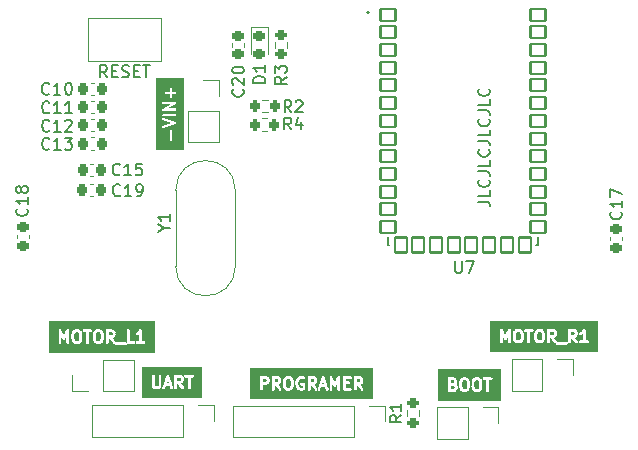
<source format=gto>
G04 #@! TF.GenerationSoftware,KiCad,Pcbnew,7.0.1*
G04 #@! TF.CreationDate,2024-07-14T18:55:08+02:00*
G04 #@! TF.ProjectId,Gruzik2.0,4772757a-696b-4322-9e30-2e6b69636164,rev?*
G04 #@! TF.SameCoordinates,Original*
G04 #@! TF.FileFunction,Legend,Top*
G04 #@! TF.FilePolarity,Positive*
%FSLAX46Y46*%
G04 Gerber Fmt 4.6, Leading zero omitted, Abs format (unit mm)*
G04 Created by KiCad (PCBNEW 7.0.1) date 2024-07-14 18:55:08*
%MOMM*%
%LPD*%
G01*
G04 APERTURE LIST*
G04 Aperture macros list*
%AMRoundRect*
0 Rectangle with rounded corners*
0 $1 Rounding radius*
0 $2 $3 $4 $5 $6 $7 $8 $9 X,Y pos of 4 corners*
0 Add a 4 corners polygon primitive as box body*
4,1,4,$2,$3,$4,$5,$6,$7,$8,$9,$2,$3,0*
0 Add four circle primitives for the rounded corners*
1,1,$1+$1,$2,$3*
1,1,$1+$1,$4,$5*
1,1,$1+$1,$6,$7*
1,1,$1+$1,$8,$9*
0 Add four rect primitives between the rounded corners*
20,1,$1+$1,$2,$3,$4,$5,0*
20,1,$1+$1,$4,$5,$6,$7,0*
20,1,$1+$1,$6,$7,$8,$9,0*
20,1,$1+$1,$8,$9,$2,$3,0*%
G04 Aperture macros list end*
%ADD10C,0.200000*%
%ADD11C,0.170000*%
%ADD12C,0.250000*%
%ADD13C,0.127000*%
%ADD14C,0.120000*%
%ADD15RoundRect,0.102000X-0.650000X-0.500000X0.650000X-0.500000X0.650000X0.500000X-0.650000X0.500000X0*%
%ADD16RoundRect,0.102000X0.500000X-0.650000X0.500000X0.650000X-0.500000X0.650000X-0.500000X-0.650000X0*%
%ADD17RoundRect,0.102000X0.650000X0.500000X-0.650000X0.500000X-0.650000X-0.500000X0.650000X-0.500000X0*%
%ADD18RoundRect,0.225000X0.250000X-0.225000X0.250000X0.225000X-0.250000X0.225000X-0.250000X-0.225000X0*%
%ADD19C,2.100000*%
%ADD20R,1.700000X1.700000*%
%ADD21O,1.700000X1.700000*%
%ADD22RoundRect,0.200000X-0.275000X0.200000X-0.275000X-0.200000X0.275000X-0.200000X0.275000X0.200000X0*%
%ADD23RoundRect,0.200000X0.275000X-0.200000X0.275000X0.200000X-0.275000X0.200000X-0.275000X-0.200000X0*%
%ADD24RoundRect,0.200000X0.200000X0.275000X-0.200000X0.275000X-0.200000X-0.275000X0.200000X-0.275000X0*%
%ADD25RoundRect,0.225000X0.225000X0.250000X-0.225000X0.250000X-0.225000X-0.250000X0.225000X-0.250000X0*%
%ADD26R,1.500000X1.500000*%
%ADD27RoundRect,0.218750X-0.256250X0.218750X-0.256250X-0.218750X0.256250X-0.218750X0.256250X0.218750X0*%
%ADD28C,1.500000*%
G04 APERTURE END LIST*
D10*
X113627619Y-150926190D02*
X114341904Y-150926190D01*
X114341904Y-150926190D02*
X114484761Y-150973809D01*
X114484761Y-150973809D02*
X114580000Y-151069047D01*
X114580000Y-151069047D02*
X114627619Y-151211904D01*
X114627619Y-151211904D02*
X114627619Y-151307142D01*
X114627619Y-149973809D02*
X114627619Y-150449999D01*
X114627619Y-150449999D02*
X113627619Y-150449999D01*
X114532380Y-149069047D02*
X114580000Y-149116666D01*
X114580000Y-149116666D02*
X114627619Y-149259523D01*
X114627619Y-149259523D02*
X114627619Y-149354761D01*
X114627619Y-149354761D02*
X114580000Y-149497618D01*
X114580000Y-149497618D02*
X114484761Y-149592856D01*
X114484761Y-149592856D02*
X114389523Y-149640475D01*
X114389523Y-149640475D02*
X114199047Y-149688094D01*
X114199047Y-149688094D02*
X114056190Y-149688094D01*
X114056190Y-149688094D02*
X113865714Y-149640475D01*
X113865714Y-149640475D02*
X113770476Y-149592856D01*
X113770476Y-149592856D02*
X113675238Y-149497618D01*
X113675238Y-149497618D02*
X113627619Y-149354761D01*
X113627619Y-149354761D02*
X113627619Y-149259523D01*
X113627619Y-149259523D02*
X113675238Y-149116666D01*
X113675238Y-149116666D02*
X113722857Y-149069047D01*
X113627619Y-148354761D02*
X114341904Y-148354761D01*
X114341904Y-148354761D02*
X114484761Y-148402380D01*
X114484761Y-148402380D02*
X114580000Y-148497618D01*
X114580000Y-148497618D02*
X114627619Y-148640475D01*
X114627619Y-148640475D02*
X114627619Y-148735713D01*
X114627619Y-147402380D02*
X114627619Y-147878570D01*
X114627619Y-147878570D02*
X113627619Y-147878570D01*
X114532380Y-146497618D02*
X114580000Y-146545237D01*
X114580000Y-146545237D02*
X114627619Y-146688094D01*
X114627619Y-146688094D02*
X114627619Y-146783332D01*
X114627619Y-146783332D02*
X114580000Y-146926189D01*
X114580000Y-146926189D02*
X114484761Y-147021427D01*
X114484761Y-147021427D02*
X114389523Y-147069046D01*
X114389523Y-147069046D02*
X114199047Y-147116665D01*
X114199047Y-147116665D02*
X114056190Y-147116665D01*
X114056190Y-147116665D02*
X113865714Y-147069046D01*
X113865714Y-147069046D02*
X113770476Y-147021427D01*
X113770476Y-147021427D02*
X113675238Y-146926189D01*
X113675238Y-146926189D02*
X113627619Y-146783332D01*
X113627619Y-146783332D02*
X113627619Y-146688094D01*
X113627619Y-146688094D02*
X113675238Y-146545237D01*
X113675238Y-146545237D02*
X113722857Y-146497618D01*
X113627619Y-145783332D02*
X114341904Y-145783332D01*
X114341904Y-145783332D02*
X114484761Y-145830951D01*
X114484761Y-145830951D02*
X114580000Y-145926189D01*
X114580000Y-145926189D02*
X114627619Y-146069046D01*
X114627619Y-146069046D02*
X114627619Y-146164284D01*
X114627619Y-144830951D02*
X114627619Y-145307141D01*
X114627619Y-145307141D02*
X113627619Y-145307141D01*
X114532380Y-143926189D02*
X114580000Y-143973808D01*
X114580000Y-143973808D02*
X114627619Y-144116665D01*
X114627619Y-144116665D02*
X114627619Y-144211903D01*
X114627619Y-144211903D02*
X114580000Y-144354760D01*
X114580000Y-144354760D02*
X114484761Y-144449998D01*
X114484761Y-144449998D02*
X114389523Y-144497617D01*
X114389523Y-144497617D02*
X114199047Y-144545236D01*
X114199047Y-144545236D02*
X114056190Y-144545236D01*
X114056190Y-144545236D02*
X113865714Y-144497617D01*
X113865714Y-144497617D02*
X113770476Y-144449998D01*
X113770476Y-144449998D02*
X113675238Y-144354760D01*
X113675238Y-144354760D02*
X113627619Y-144211903D01*
X113627619Y-144211903D02*
X113627619Y-144116665D01*
X113627619Y-144116665D02*
X113675238Y-143973808D01*
X113675238Y-143973808D02*
X113722857Y-143926189D01*
X113627619Y-143211903D02*
X114341904Y-143211903D01*
X114341904Y-143211903D02*
X114484761Y-143259522D01*
X114484761Y-143259522D02*
X114580000Y-143354760D01*
X114580000Y-143354760D02*
X114627619Y-143497617D01*
X114627619Y-143497617D02*
X114627619Y-143592855D01*
X114627619Y-142259522D02*
X114627619Y-142735712D01*
X114627619Y-142735712D02*
X113627619Y-142735712D01*
X114532380Y-141354760D02*
X114580000Y-141402379D01*
X114580000Y-141402379D02*
X114627619Y-141545236D01*
X114627619Y-141545236D02*
X114627619Y-141640474D01*
X114627619Y-141640474D02*
X114580000Y-141783331D01*
X114580000Y-141783331D02*
X114484761Y-141878569D01*
X114484761Y-141878569D02*
X114389523Y-141926188D01*
X114389523Y-141926188D02*
X114199047Y-141973807D01*
X114199047Y-141973807D02*
X114056190Y-141973807D01*
X114056190Y-141973807D02*
X113865714Y-141926188D01*
X113865714Y-141926188D02*
X113770476Y-141878569D01*
X113770476Y-141878569D02*
X113675238Y-141783331D01*
X113675238Y-141783331D02*
X113627619Y-141640474D01*
X113627619Y-141640474D02*
X113627619Y-141545236D01*
X113627619Y-141545236D02*
X113675238Y-141402379D01*
X113675238Y-141402379D02*
X113722857Y-141354760D01*
D11*
X111698095Y-155972619D02*
X111698095Y-156782142D01*
X111698095Y-156782142D02*
X111745714Y-156877380D01*
X111745714Y-156877380D02*
X111793333Y-156925000D01*
X111793333Y-156925000D02*
X111888571Y-156972619D01*
X111888571Y-156972619D02*
X112079047Y-156972619D01*
X112079047Y-156972619D02*
X112174285Y-156925000D01*
X112174285Y-156925000D02*
X112221904Y-156877380D01*
X112221904Y-156877380D02*
X112269523Y-156782142D01*
X112269523Y-156782142D02*
X112269523Y-155972619D01*
X112650476Y-155972619D02*
X113317142Y-155972619D01*
X113317142Y-155972619D02*
X112888571Y-156972619D01*
X125727380Y-151792857D02*
X125775000Y-151840476D01*
X125775000Y-151840476D02*
X125822619Y-151983333D01*
X125822619Y-151983333D02*
X125822619Y-152078571D01*
X125822619Y-152078571D02*
X125775000Y-152221428D01*
X125775000Y-152221428D02*
X125679761Y-152316666D01*
X125679761Y-152316666D02*
X125584523Y-152364285D01*
X125584523Y-152364285D02*
X125394047Y-152411904D01*
X125394047Y-152411904D02*
X125251190Y-152411904D01*
X125251190Y-152411904D02*
X125060714Y-152364285D01*
X125060714Y-152364285D02*
X124965476Y-152316666D01*
X124965476Y-152316666D02*
X124870238Y-152221428D01*
X124870238Y-152221428D02*
X124822619Y-152078571D01*
X124822619Y-152078571D02*
X124822619Y-151983333D01*
X124822619Y-151983333D02*
X124870238Y-151840476D01*
X124870238Y-151840476D02*
X124917857Y-151792857D01*
X125822619Y-150840476D02*
X125822619Y-151411904D01*
X125822619Y-151126190D02*
X124822619Y-151126190D01*
X124822619Y-151126190D02*
X124965476Y-151221428D01*
X124965476Y-151221428D02*
X125060714Y-151316666D01*
X125060714Y-151316666D02*
X125108333Y-151411904D01*
X124822619Y-150507142D02*
X124822619Y-149840476D01*
X124822619Y-149840476D02*
X125822619Y-150269047D01*
D12*
G36*
X82643335Y-161992970D02*
G01*
X82662267Y-162011902D01*
X82687618Y-162062603D01*
X82687618Y-162146444D01*
X82662266Y-162197145D01*
X82643335Y-162216077D01*
X82592634Y-162241428D01*
X82485740Y-162241428D01*
X82455664Y-162238311D01*
X82449496Y-162241428D01*
X82366190Y-162241428D01*
X82366190Y-161967619D01*
X82592634Y-161967619D01*
X82643335Y-161992970D01*
G37*
G36*
X81595717Y-161992970D02*
G01*
X81652128Y-162049381D01*
X81687618Y-162191340D01*
X81687618Y-162493897D01*
X81652128Y-162635855D01*
X81595714Y-162692269D01*
X81545015Y-162717619D01*
X81413555Y-162717619D01*
X81362854Y-162692268D01*
X81306441Y-162635855D01*
X81270952Y-162493897D01*
X81270952Y-162191340D01*
X81306442Y-162049381D01*
X81362854Y-161992969D01*
X81413555Y-161967619D01*
X81545015Y-161967619D01*
X81595717Y-161992970D01*
G37*
G36*
X79786193Y-161992970D02*
G01*
X79842604Y-162049381D01*
X79878094Y-162191340D01*
X79878094Y-162493897D01*
X79842604Y-162635855D01*
X79786190Y-162692269D01*
X79735491Y-162717619D01*
X79604031Y-162717619D01*
X79553330Y-162692268D01*
X79496917Y-162635855D01*
X79461428Y-162493897D01*
X79461428Y-162191340D01*
X79496918Y-162049381D01*
X79553330Y-161992969D01*
X79604031Y-161967619D01*
X79735491Y-161967619D01*
X79786193Y-161992970D01*
G37*
G36*
X86257262Y-163710357D02*
G01*
X77272738Y-163710357D01*
X77272738Y-161862220D01*
X78112396Y-161862220D01*
X78116190Y-161870350D01*
X78116190Y-162860591D01*
X78131594Y-162913052D01*
X78187071Y-162961123D01*
X78259730Y-162971570D01*
X78326503Y-162941076D01*
X78366190Y-162879322D01*
X78366190Y-162406065D01*
X78460833Y-162608873D01*
X78475368Y-162641404D01*
X78491917Y-162652233D01*
X78504994Y-162667076D01*
X78521997Y-162671917D01*
X78536792Y-162681598D01*
X78556571Y-162681760D01*
X78575595Y-162687177D01*
X78592517Y-162682056D01*
X78610196Y-162682202D01*
X78626922Y-162671645D01*
X78645855Y-162665917D01*
X78657323Y-162652460D01*
X78672275Y-162643024D01*
X78680639Y-162625100D01*
X78693468Y-162610047D01*
X78695840Y-162592527D01*
X78782856Y-162406064D01*
X78782856Y-162860591D01*
X78798260Y-162913052D01*
X78853737Y-162961123D01*
X78926396Y-162971570D01*
X78993169Y-162941076D01*
X79032856Y-162879322D01*
X79032856Y-162503995D01*
X79206258Y-162503995D01*
X79211428Y-162524675D01*
X79211428Y-162527257D01*
X79215772Y-162542054D01*
X79262312Y-162728210D01*
X79269705Y-162762196D01*
X79284336Y-162776827D01*
X79294806Y-162794672D01*
X79309757Y-162802248D01*
X79379814Y-162872305D01*
X79390555Y-162890389D01*
X79421365Y-162905794D01*
X79451592Y-162922300D01*
X79454028Y-162922125D01*
X79512606Y-162951415D01*
X79537820Y-162967619D01*
X79563366Y-162967619D01*
X79588507Y-162972143D01*
X79599415Y-162967619D01*
X79758274Y-162967619D01*
X79788073Y-162970836D01*
X79810920Y-162959412D01*
X79835432Y-162952215D01*
X79843165Y-162943289D01*
X79902121Y-162913811D01*
X79922673Y-162909341D01*
X79947032Y-162884981D01*
X79972247Y-162861527D01*
X79972851Y-162859161D01*
X80042502Y-162789510D01*
X80067841Y-162765685D01*
X80072859Y-162745611D01*
X80082775Y-162727452D01*
X80081579Y-162710732D01*
X80119373Y-162559557D01*
X80128094Y-162545988D01*
X80128094Y-162524675D01*
X80128721Y-162522167D01*
X80128094Y-162506744D01*
X80128094Y-162196524D01*
X80133264Y-162181242D01*
X80128094Y-162160562D01*
X80128094Y-162157980D01*
X80123749Y-162143182D01*
X80077206Y-161957013D01*
X80069816Y-161923041D01*
X80055186Y-161908411D01*
X80044716Y-161890565D01*
X80029762Y-161882987D01*
X80007934Y-161861159D01*
X80159858Y-161861159D01*
X80190352Y-161927932D01*
X80252106Y-161967619D01*
X80449523Y-161967619D01*
X80449523Y-162860591D01*
X80464927Y-162913052D01*
X80520404Y-162961123D01*
X80593063Y-162971570D01*
X80659836Y-162941076D01*
X80699523Y-162879322D01*
X80699523Y-162503995D01*
X81015782Y-162503995D01*
X81020952Y-162524675D01*
X81020952Y-162527257D01*
X81025296Y-162542054D01*
X81071836Y-162728210D01*
X81079229Y-162762196D01*
X81093860Y-162776827D01*
X81104330Y-162794672D01*
X81119281Y-162802248D01*
X81189338Y-162872305D01*
X81200079Y-162890389D01*
X81230889Y-162905794D01*
X81261116Y-162922300D01*
X81263552Y-162922125D01*
X81322130Y-162951415D01*
X81347344Y-162967619D01*
X81372890Y-162967619D01*
X81398031Y-162972143D01*
X81408939Y-162967619D01*
X81567798Y-162967619D01*
X81597597Y-162970836D01*
X81620444Y-162959412D01*
X81644956Y-162952215D01*
X81652689Y-162943289D01*
X81711645Y-162913811D01*
X81732197Y-162909341D01*
X81756556Y-162884981D01*
X81781771Y-162861527D01*
X81782375Y-162859161D01*
X81852026Y-162789510D01*
X81877365Y-162765685D01*
X81882383Y-162745611D01*
X81892299Y-162727452D01*
X81891103Y-162710732D01*
X81928897Y-162559557D01*
X81937618Y-162545988D01*
X81937618Y-162524675D01*
X81938245Y-162522167D01*
X81937618Y-162506744D01*
X81937618Y-162384968D01*
X82112239Y-162384968D01*
X82116190Y-162393620D01*
X82116190Y-162860591D01*
X82131594Y-162913052D01*
X82187071Y-162961123D01*
X82259730Y-162971570D01*
X82326503Y-162941076D01*
X82366190Y-162879322D01*
X82366190Y-162491428D01*
X82414203Y-162491428D01*
X82720520Y-162929025D01*
X82763224Y-162963169D01*
X82836240Y-162970737D01*
X82874890Y-162951204D01*
X82874144Y-162956397D01*
X82904638Y-163023170D01*
X82966392Y-163062857D01*
X83782971Y-163062857D01*
X83835432Y-163047453D01*
X83883503Y-162991976D01*
X83893950Y-162919317D01*
X83867390Y-162861159D01*
X83874144Y-162861159D01*
X83885677Y-162886413D01*
X83893499Y-162913052D01*
X83900686Y-162919280D01*
X83904638Y-162927932D01*
X83927994Y-162942942D01*
X83948976Y-162961123D01*
X83958390Y-162962476D01*
X83966392Y-162967619D01*
X83994156Y-162967619D01*
X84021635Y-162971570D01*
X84030287Y-162967619D01*
X84497257Y-162967619D01*
X84549718Y-162952215D01*
X84597789Y-162896738D01*
X84608236Y-162824079D01*
X84577742Y-162757306D01*
X84515988Y-162717619D01*
X84128095Y-162717619D01*
X84128095Y-162132924D01*
X84634804Y-162132924D01*
X84657954Y-162202584D01*
X84715091Y-162248671D01*
X84788074Y-162256550D01*
X84902123Y-162199525D01*
X84922673Y-162195055D01*
X84925714Y-162192014D01*
X84925714Y-162717619D01*
X84747028Y-162717619D01*
X84694567Y-162733023D01*
X84646496Y-162788500D01*
X84636049Y-162861159D01*
X84666543Y-162927932D01*
X84728297Y-162967619D01*
X85041775Y-162967619D01*
X85069254Y-162971570D01*
X85077906Y-162967619D01*
X85354400Y-162967619D01*
X85406861Y-162952215D01*
X85454932Y-162896738D01*
X85465379Y-162824079D01*
X85434885Y-162757306D01*
X85373131Y-162717619D01*
X85175714Y-162717619D01*
X85175714Y-161861665D01*
X85180973Y-161844808D01*
X85175714Y-161825717D01*
X85175714Y-161824647D01*
X85170949Y-161808422D01*
X85161478Y-161774037D01*
X85160630Y-161773277D01*
X85160310Y-161772186D01*
X85133380Y-161748851D01*
X85106817Y-161725041D01*
X85105692Y-161724860D01*
X85104833Y-161724115D01*
X85069570Y-161719044D01*
X85034344Y-161713374D01*
X85033299Y-161713829D01*
X85032174Y-161713668D01*
X84999741Y-161728479D01*
X84967067Y-161742743D01*
X84966436Y-161743689D01*
X84965401Y-161744162D01*
X84946124Y-161774157D01*
X84858334Y-161905841D01*
X84786194Y-161977982D01*
X84693024Y-162024567D01*
X84652990Y-162061806D01*
X84634804Y-162132924D01*
X84128095Y-162132924D01*
X84128095Y-161824647D01*
X84112691Y-161772186D01*
X84057214Y-161724115D01*
X83984555Y-161713668D01*
X83917782Y-161744162D01*
X83878095Y-161805916D01*
X83878095Y-162833680D01*
X83874144Y-162861159D01*
X83867390Y-162861159D01*
X83863456Y-162852544D01*
X83801702Y-162812857D01*
X82985123Y-162812857D01*
X82937096Y-162826958D01*
X82936070Y-162801005D01*
X82701810Y-162466347D01*
X82759265Y-162437620D01*
X82779815Y-162433150D01*
X82804170Y-162408794D01*
X82829390Y-162385336D01*
X82829994Y-162382970D01*
X82842306Y-162370659D01*
X82860388Y-162359920D01*
X82875793Y-162329109D01*
X82892298Y-162298883D01*
X82892123Y-162296448D01*
X82921414Y-162237868D01*
X82937618Y-162212655D01*
X82937618Y-162187109D01*
X82942142Y-162161968D01*
X82937618Y-162151060D01*
X82937618Y-162039816D01*
X82940835Y-162010021D01*
X82929411Y-161987173D01*
X82922214Y-161962662D01*
X82913288Y-161954928D01*
X82883810Y-161895972D01*
X82879340Y-161875421D01*
X82854979Y-161851060D01*
X82831526Y-161825847D01*
X82829160Y-161825242D01*
X82816849Y-161812931D01*
X82806110Y-161794849D01*
X82775295Y-161779441D01*
X82745072Y-161762938D01*
X82742636Y-161763112D01*
X82684058Y-161733822D01*
X82658845Y-161717619D01*
X82633299Y-161717619D01*
X82608158Y-161713095D01*
X82597250Y-161717619D01*
X82250129Y-161717619D01*
X82222650Y-161713668D01*
X82197395Y-161725201D01*
X82170757Y-161733023D01*
X82164528Y-161740210D01*
X82155877Y-161744162D01*
X82140866Y-161767518D01*
X82122686Y-161788500D01*
X82121332Y-161797914D01*
X82116190Y-161805916D01*
X82116190Y-161833680D01*
X82112239Y-161861159D01*
X82116190Y-161869811D01*
X82116190Y-162357489D01*
X82112239Y-162384968D01*
X81937618Y-162384968D01*
X81937618Y-162196524D01*
X81942788Y-162181242D01*
X81937618Y-162160562D01*
X81937618Y-162157980D01*
X81933273Y-162143182D01*
X81886730Y-161957013D01*
X81879340Y-161923041D01*
X81864710Y-161908411D01*
X81854240Y-161890565D01*
X81839286Y-161882987D01*
X81769230Y-161812931D01*
X81758491Y-161794849D01*
X81727676Y-161779441D01*
X81697453Y-161762938D01*
X81695017Y-161763112D01*
X81636439Y-161733822D01*
X81611226Y-161717619D01*
X81585680Y-161717619D01*
X81560539Y-161713095D01*
X81549631Y-161717619D01*
X81390768Y-161717619D01*
X81360973Y-161714402D01*
X81338125Y-161725825D01*
X81313614Y-161733023D01*
X81305880Y-161741948D01*
X81246923Y-161771426D01*
X81226374Y-161775897D01*
X81202022Y-161800248D01*
X81176799Y-161823711D01*
X81176193Y-161826077D01*
X81106547Y-161895723D01*
X81081205Y-161919552D01*
X81076186Y-161939625D01*
X81066271Y-161957784D01*
X81067466Y-161974503D01*
X81029672Y-162125679D01*
X81020952Y-162139249D01*
X81020952Y-162160562D01*
X81020325Y-162163070D01*
X81020952Y-162178493D01*
X81020952Y-162488713D01*
X81015782Y-162503995D01*
X80699523Y-162503995D01*
X80699523Y-161967619D01*
X80878209Y-161967619D01*
X80930670Y-161952215D01*
X80978741Y-161896738D01*
X80989188Y-161824079D01*
X80958694Y-161757306D01*
X80896940Y-161717619D01*
X80583462Y-161717619D01*
X80555983Y-161713668D01*
X80547331Y-161717619D01*
X80270837Y-161717619D01*
X80218376Y-161733023D01*
X80170305Y-161788500D01*
X80159858Y-161861159D01*
X80007934Y-161861159D01*
X79959706Y-161812931D01*
X79948967Y-161794849D01*
X79918152Y-161779441D01*
X79887929Y-161762938D01*
X79885493Y-161763112D01*
X79826915Y-161733822D01*
X79801702Y-161717619D01*
X79776156Y-161717619D01*
X79751015Y-161713095D01*
X79740107Y-161717619D01*
X79581244Y-161717619D01*
X79551449Y-161714402D01*
X79528601Y-161725825D01*
X79504090Y-161733023D01*
X79496356Y-161741948D01*
X79437399Y-161771426D01*
X79416850Y-161775897D01*
X79392498Y-161800248D01*
X79367275Y-161823711D01*
X79366669Y-161826077D01*
X79297023Y-161895723D01*
X79271681Y-161919552D01*
X79266662Y-161939625D01*
X79256747Y-161957784D01*
X79257942Y-161974503D01*
X79220148Y-162125679D01*
X79211428Y-162139249D01*
X79211428Y-162160562D01*
X79210801Y-162163070D01*
X79211428Y-162178493D01*
X79211428Y-162488713D01*
X79206258Y-162503995D01*
X79032856Y-162503995D01*
X79032856Y-161852075D01*
X79036955Y-161825140D01*
X79025419Y-161799321D01*
X79017452Y-161772186D01*
X79010670Y-161766309D01*
X79007011Y-161758119D01*
X78983347Y-161742634D01*
X78961975Y-161724115D01*
X78953095Y-161722838D01*
X78945587Y-161717925D01*
X78917304Y-161717692D01*
X78889316Y-161713668D01*
X78881155Y-161717394D01*
X78872183Y-161717321D01*
X78848265Y-161732415D01*
X78822543Y-161744162D01*
X78817693Y-161751708D01*
X78810104Y-161756498D01*
X78798142Y-161782129D01*
X78782856Y-161805916D01*
X78782856Y-161814887D01*
X78574522Y-162261315D01*
X78358461Y-161798325D01*
X78350786Y-161772186D01*
X78329415Y-161753668D01*
X78310719Y-161732447D01*
X78302089Y-161729990D01*
X78295309Y-161724115D01*
X78267315Y-161720090D01*
X78240118Y-161712347D01*
X78231531Y-161714945D01*
X78222650Y-161713668D01*
X78196924Y-161725416D01*
X78169858Y-161733606D01*
X78164038Y-161740434D01*
X78155877Y-161744162D01*
X78140586Y-161767954D01*
X78122245Y-161789477D01*
X78121041Y-161798367D01*
X78116190Y-161805916D01*
X78116190Y-161834198D01*
X78112396Y-161862220D01*
X77272738Y-161862220D01*
X77272738Y-161049643D01*
X86257262Y-161049643D01*
X86257262Y-163710357D01*
G37*
D11*
X97422619Y-140361666D02*
X96946428Y-140694999D01*
X97422619Y-140933094D02*
X96422619Y-140933094D01*
X96422619Y-140933094D02*
X96422619Y-140552142D01*
X96422619Y-140552142D02*
X96470238Y-140456904D01*
X96470238Y-140456904D02*
X96517857Y-140409285D01*
X96517857Y-140409285D02*
X96613095Y-140361666D01*
X96613095Y-140361666D02*
X96755952Y-140361666D01*
X96755952Y-140361666D02*
X96851190Y-140409285D01*
X96851190Y-140409285D02*
X96898809Y-140456904D01*
X96898809Y-140456904D02*
X96946428Y-140552142D01*
X96946428Y-140552142D02*
X96946428Y-140933094D01*
X96422619Y-140028332D02*
X96422619Y-139409285D01*
X96422619Y-139409285D02*
X96803571Y-139742618D01*
X96803571Y-139742618D02*
X96803571Y-139599761D01*
X96803571Y-139599761D02*
X96851190Y-139504523D01*
X96851190Y-139504523D02*
X96898809Y-139456904D01*
X96898809Y-139456904D02*
X96994047Y-139409285D01*
X96994047Y-139409285D02*
X97232142Y-139409285D01*
X97232142Y-139409285D02*
X97327380Y-139456904D01*
X97327380Y-139456904D02*
X97375000Y-139504523D01*
X97375000Y-139504523D02*
X97422619Y-139599761D01*
X97422619Y-139599761D02*
X97422619Y-139885475D01*
X97422619Y-139885475D02*
X97375000Y-139980713D01*
X97375000Y-139980713D02*
X97327380Y-140028332D01*
X107152619Y-169001666D02*
X106676428Y-169334999D01*
X107152619Y-169573094D02*
X106152619Y-169573094D01*
X106152619Y-169573094D02*
X106152619Y-169192142D01*
X106152619Y-169192142D02*
X106200238Y-169096904D01*
X106200238Y-169096904D02*
X106247857Y-169049285D01*
X106247857Y-169049285D02*
X106343095Y-169001666D01*
X106343095Y-169001666D02*
X106485952Y-169001666D01*
X106485952Y-169001666D02*
X106581190Y-169049285D01*
X106581190Y-169049285D02*
X106628809Y-169096904D01*
X106628809Y-169096904D02*
X106676428Y-169192142D01*
X106676428Y-169192142D02*
X106676428Y-169573094D01*
X107152619Y-168049285D02*
X107152619Y-168620713D01*
X107152619Y-168334999D02*
X106152619Y-168334999D01*
X106152619Y-168334999D02*
X106295476Y-168430237D01*
X106295476Y-168430237D02*
X106390714Y-168525475D01*
X106390714Y-168525475D02*
X106438333Y-168620713D01*
X97823333Y-143362619D02*
X97490000Y-142886428D01*
X97251905Y-143362619D02*
X97251905Y-142362619D01*
X97251905Y-142362619D02*
X97632857Y-142362619D01*
X97632857Y-142362619D02*
X97728095Y-142410238D01*
X97728095Y-142410238D02*
X97775714Y-142457857D01*
X97775714Y-142457857D02*
X97823333Y-142553095D01*
X97823333Y-142553095D02*
X97823333Y-142695952D01*
X97823333Y-142695952D02*
X97775714Y-142791190D01*
X97775714Y-142791190D02*
X97728095Y-142838809D01*
X97728095Y-142838809D02*
X97632857Y-142886428D01*
X97632857Y-142886428D02*
X97251905Y-142886428D01*
X98204286Y-142457857D02*
X98251905Y-142410238D01*
X98251905Y-142410238D02*
X98347143Y-142362619D01*
X98347143Y-142362619D02*
X98585238Y-142362619D01*
X98585238Y-142362619D02*
X98680476Y-142410238D01*
X98680476Y-142410238D02*
X98728095Y-142457857D01*
X98728095Y-142457857D02*
X98775714Y-142553095D01*
X98775714Y-142553095D02*
X98775714Y-142648333D01*
X98775714Y-142648333D02*
X98728095Y-142791190D01*
X98728095Y-142791190D02*
X98156667Y-143362619D01*
X98156667Y-143362619D02*
X98775714Y-143362619D01*
X77347142Y-144897380D02*
X77299523Y-144945000D01*
X77299523Y-144945000D02*
X77156666Y-144992619D01*
X77156666Y-144992619D02*
X77061428Y-144992619D01*
X77061428Y-144992619D02*
X76918571Y-144945000D01*
X76918571Y-144945000D02*
X76823333Y-144849761D01*
X76823333Y-144849761D02*
X76775714Y-144754523D01*
X76775714Y-144754523D02*
X76728095Y-144564047D01*
X76728095Y-144564047D02*
X76728095Y-144421190D01*
X76728095Y-144421190D02*
X76775714Y-144230714D01*
X76775714Y-144230714D02*
X76823333Y-144135476D01*
X76823333Y-144135476D02*
X76918571Y-144040238D01*
X76918571Y-144040238D02*
X77061428Y-143992619D01*
X77061428Y-143992619D02*
X77156666Y-143992619D01*
X77156666Y-143992619D02*
X77299523Y-144040238D01*
X77299523Y-144040238D02*
X77347142Y-144087857D01*
X78299523Y-144992619D02*
X77728095Y-144992619D01*
X78013809Y-144992619D02*
X78013809Y-143992619D01*
X78013809Y-143992619D02*
X77918571Y-144135476D01*
X77918571Y-144135476D02*
X77823333Y-144230714D01*
X77823333Y-144230714D02*
X77728095Y-144278333D01*
X78680476Y-144087857D02*
X78728095Y-144040238D01*
X78728095Y-144040238D02*
X78823333Y-143992619D01*
X78823333Y-143992619D02*
X79061428Y-143992619D01*
X79061428Y-143992619D02*
X79156666Y-144040238D01*
X79156666Y-144040238D02*
X79204285Y-144087857D01*
X79204285Y-144087857D02*
X79251904Y-144183095D01*
X79251904Y-144183095D02*
X79251904Y-144278333D01*
X79251904Y-144278333D02*
X79204285Y-144421190D01*
X79204285Y-144421190D02*
X78632857Y-144992619D01*
X78632857Y-144992619D02*
X79251904Y-144992619D01*
D12*
G36*
X113659289Y-166062970D02*
G01*
X113715700Y-166119381D01*
X113751190Y-166261340D01*
X113751190Y-166563897D01*
X113715700Y-166705855D01*
X113659286Y-166762269D01*
X113608587Y-166787619D01*
X113477127Y-166787619D01*
X113426426Y-166762268D01*
X113370013Y-166705855D01*
X113334524Y-166563897D01*
X113334524Y-166261340D01*
X113370014Y-166119381D01*
X113426426Y-166062969D01*
X113477127Y-166037619D01*
X113608587Y-166037619D01*
X113659289Y-166062970D01*
G37*
G36*
X112611670Y-166062970D02*
G01*
X112668081Y-166119381D01*
X112703571Y-166261340D01*
X112703571Y-166563897D01*
X112668081Y-166705855D01*
X112611667Y-166762269D01*
X112560968Y-166787619D01*
X112429508Y-166787619D01*
X112378807Y-166762268D01*
X112322394Y-166705855D01*
X112286905Y-166563897D01*
X112286905Y-166261340D01*
X112322395Y-166119381D01*
X112378807Y-166062969D01*
X112429508Y-166037619D01*
X112560968Y-166037619D01*
X112611670Y-166062970D01*
G37*
G36*
X111618190Y-166545681D02*
G01*
X111630601Y-166558092D01*
X111655952Y-166608793D01*
X111655952Y-166692634D01*
X111630600Y-166743335D01*
X111611668Y-166762268D01*
X111560968Y-166787619D01*
X111334524Y-166787619D01*
X111334524Y-166513809D01*
X111522573Y-166513809D01*
X111618190Y-166545681D01*
G37*
G36*
X111564050Y-166062970D02*
G01*
X111582982Y-166081902D01*
X111608333Y-166132603D01*
X111608333Y-166168825D01*
X111582981Y-166219526D01*
X111564050Y-166238458D01*
X111515492Y-166262737D01*
X111510696Y-166262564D01*
X111508596Y-166263809D01*
X111334524Y-166263809D01*
X111334524Y-166037619D01*
X111513349Y-166037619D01*
X111564050Y-166062970D01*
G37*
G36*
X115558929Y-167780357D02*
G01*
X110241072Y-167780357D01*
X110241072Y-166931159D01*
X111080573Y-166931159D01*
X111092106Y-166956413D01*
X111099928Y-166983052D01*
X111107115Y-166989280D01*
X111111067Y-166997932D01*
X111134423Y-167012942D01*
X111155405Y-167031123D01*
X111164819Y-167032476D01*
X111172821Y-167037619D01*
X111200585Y-167037619D01*
X111228064Y-167041570D01*
X111236716Y-167037619D01*
X111583751Y-167037619D01*
X111613550Y-167040836D01*
X111636397Y-167029412D01*
X111660909Y-167022215D01*
X111668642Y-167013289D01*
X111727597Y-166983812D01*
X111748151Y-166979341D01*
X111772516Y-166954974D01*
X111797724Y-166931527D01*
X111798328Y-166929161D01*
X111810640Y-166916849D01*
X111828722Y-166906110D01*
X111844128Y-166875297D01*
X111860633Y-166845071D01*
X111860458Y-166842636D01*
X111889748Y-166784058D01*
X111905952Y-166758845D01*
X111905952Y-166733299D01*
X111910476Y-166708158D01*
X111905952Y-166697250D01*
X111905952Y-166586006D01*
X111907249Y-166573995D01*
X112031735Y-166573995D01*
X112036905Y-166594675D01*
X112036905Y-166597257D01*
X112041249Y-166612054D01*
X112087789Y-166798210D01*
X112095182Y-166832196D01*
X112109813Y-166846827D01*
X112120283Y-166864672D01*
X112135234Y-166872248D01*
X112205291Y-166942305D01*
X112216032Y-166960389D01*
X112246842Y-166975794D01*
X112277069Y-166992300D01*
X112279505Y-166992125D01*
X112338083Y-167021415D01*
X112363297Y-167037619D01*
X112388843Y-167037619D01*
X112413984Y-167042143D01*
X112424892Y-167037619D01*
X112583751Y-167037619D01*
X112613550Y-167040836D01*
X112636397Y-167029412D01*
X112660909Y-167022215D01*
X112668642Y-167013289D01*
X112727598Y-166983811D01*
X112748150Y-166979341D01*
X112772509Y-166954981D01*
X112797724Y-166931527D01*
X112798328Y-166929161D01*
X112867979Y-166859510D01*
X112893318Y-166835685D01*
X112898336Y-166815611D01*
X112908252Y-166797452D01*
X112907056Y-166780732D01*
X112944850Y-166629557D01*
X112953571Y-166615988D01*
X112953571Y-166594675D01*
X112954198Y-166592167D01*
X112953571Y-166576744D01*
X112953571Y-166573995D01*
X113079354Y-166573995D01*
X113084524Y-166594675D01*
X113084524Y-166597257D01*
X113088868Y-166612054D01*
X113135408Y-166798210D01*
X113142801Y-166832196D01*
X113157432Y-166846827D01*
X113167902Y-166864672D01*
X113182853Y-166872248D01*
X113252910Y-166942305D01*
X113263651Y-166960389D01*
X113294461Y-166975794D01*
X113324688Y-166992300D01*
X113327124Y-166992125D01*
X113385702Y-167021415D01*
X113410916Y-167037619D01*
X113436462Y-167037619D01*
X113461603Y-167042143D01*
X113472511Y-167037619D01*
X113631370Y-167037619D01*
X113661169Y-167040836D01*
X113684016Y-167029412D01*
X113708528Y-167022215D01*
X113716261Y-167013289D01*
X113775217Y-166983811D01*
X113795769Y-166979341D01*
X113820128Y-166954981D01*
X113845343Y-166931527D01*
X113845947Y-166929161D01*
X113915598Y-166859510D01*
X113940937Y-166835685D01*
X113945955Y-166815611D01*
X113955871Y-166797452D01*
X113954675Y-166780732D01*
X113992469Y-166629557D01*
X114001190Y-166615988D01*
X114001190Y-166594675D01*
X114001817Y-166592167D01*
X114001190Y-166576744D01*
X114001190Y-166266524D01*
X114006360Y-166251242D01*
X114001190Y-166230562D01*
X114001190Y-166227980D01*
X113996845Y-166213182D01*
X113950302Y-166027013D01*
X113942912Y-165993041D01*
X113928282Y-165978411D01*
X113917812Y-165960565D01*
X113902858Y-165952987D01*
X113881030Y-165931159D01*
X114032954Y-165931159D01*
X114063448Y-165997932D01*
X114125202Y-166037619D01*
X114322619Y-166037619D01*
X114322619Y-166930591D01*
X114338023Y-166983052D01*
X114393500Y-167031123D01*
X114466159Y-167041570D01*
X114532932Y-167011076D01*
X114572619Y-166949322D01*
X114572619Y-166037619D01*
X114751305Y-166037619D01*
X114803766Y-166022215D01*
X114851837Y-165966738D01*
X114862284Y-165894079D01*
X114831790Y-165827306D01*
X114770036Y-165787619D01*
X114456558Y-165787619D01*
X114429079Y-165783668D01*
X114420427Y-165787619D01*
X114143933Y-165787619D01*
X114091472Y-165803023D01*
X114043401Y-165858500D01*
X114032954Y-165931159D01*
X113881030Y-165931159D01*
X113832802Y-165882931D01*
X113822063Y-165864849D01*
X113791248Y-165849441D01*
X113761025Y-165832938D01*
X113758589Y-165833112D01*
X113700011Y-165803822D01*
X113674798Y-165787619D01*
X113649252Y-165787619D01*
X113624111Y-165783095D01*
X113613203Y-165787619D01*
X113454340Y-165787619D01*
X113424545Y-165784402D01*
X113401697Y-165795825D01*
X113377186Y-165803023D01*
X113369452Y-165811948D01*
X113310495Y-165841426D01*
X113289946Y-165845897D01*
X113265594Y-165870248D01*
X113240371Y-165893711D01*
X113239765Y-165896077D01*
X113170119Y-165965723D01*
X113144777Y-165989552D01*
X113139758Y-166009625D01*
X113129843Y-166027784D01*
X113131038Y-166044503D01*
X113093244Y-166195679D01*
X113084524Y-166209249D01*
X113084524Y-166230562D01*
X113083897Y-166233070D01*
X113084524Y-166248493D01*
X113084524Y-166558713D01*
X113079354Y-166573995D01*
X112953571Y-166573995D01*
X112953571Y-166266524D01*
X112958741Y-166251242D01*
X112953571Y-166230562D01*
X112953571Y-166227980D01*
X112949226Y-166213182D01*
X112902683Y-166027013D01*
X112895293Y-165993041D01*
X112880663Y-165978411D01*
X112870193Y-165960565D01*
X112855239Y-165952987D01*
X112785183Y-165882931D01*
X112774444Y-165864849D01*
X112743629Y-165849441D01*
X112713406Y-165832938D01*
X112710970Y-165833112D01*
X112652392Y-165803822D01*
X112627179Y-165787619D01*
X112601633Y-165787619D01*
X112576492Y-165783095D01*
X112565584Y-165787619D01*
X112406721Y-165787619D01*
X112376926Y-165784402D01*
X112354078Y-165795825D01*
X112329567Y-165803023D01*
X112321833Y-165811948D01*
X112262876Y-165841426D01*
X112242327Y-165845897D01*
X112217975Y-165870248D01*
X112192752Y-165893711D01*
X112192146Y-165896077D01*
X112122500Y-165965723D01*
X112097158Y-165989552D01*
X112092139Y-166009625D01*
X112082224Y-166027784D01*
X112083419Y-166044503D01*
X112045625Y-166195679D01*
X112036905Y-166209249D01*
X112036905Y-166230562D01*
X112036278Y-166233070D01*
X112036905Y-166248493D01*
X112036905Y-166558713D01*
X112031735Y-166573995D01*
X111907249Y-166573995D01*
X111909169Y-166556211D01*
X111897745Y-166533363D01*
X111890548Y-166508852D01*
X111881622Y-166501118D01*
X111852144Y-166442162D01*
X111847674Y-166421611D01*
X111823313Y-166397250D01*
X111799860Y-166372037D01*
X111797494Y-166371432D01*
X111790189Y-166364127D01*
X111796508Y-166351490D01*
X111813013Y-166321264D01*
X111812838Y-166318829D01*
X111842129Y-166260249D01*
X111858333Y-166235036D01*
X111858333Y-166209490D01*
X111862857Y-166184349D01*
X111858333Y-166173441D01*
X111858333Y-166109816D01*
X111861550Y-166080021D01*
X111850126Y-166057173D01*
X111842929Y-166032662D01*
X111834003Y-166024928D01*
X111804525Y-165965972D01*
X111800055Y-165945421D01*
X111775694Y-165921060D01*
X111752241Y-165895847D01*
X111749875Y-165895242D01*
X111737564Y-165882931D01*
X111726825Y-165864849D01*
X111696010Y-165849441D01*
X111665787Y-165832938D01*
X111663351Y-165833112D01*
X111604773Y-165803822D01*
X111579560Y-165787619D01*
X111554014Y-165787619D01*
X111528873Y-165783095D01*
X111517965Y-165787619D01*
X111218463Y-165787619D01*
X111190984Y-165783668D01*
X111165729Y-165795201D01*
X111139091Y-165803023D01*
X111132862Y-165810210D01*
X111124211Y-165814162D01*
X111109200Y-165837518D01*
X111091020Y-165858500D01*
X111089666Y-165867914D01*
X111084524Y-165875916D01*
X111084524Y-165903680D01*
X111080573Y-165931159D01*
X111084524Y-165939811D01*
X111084524Y-166379870D01*
X111080573Y-166407349D01*
X111084524Y-166416001D01*
X111084524Y-166903680D01*
X111080573Y-166931159D01*
X110241072Y-166931159D01*
X110241072Y-165119643D01*
X115558929Y-165119643D01*
X115558929Y-167780357D01*
G37*
D11*
X82217618Y-140392619D02*
X81884285Y-139916428D01*
X81646190Y-140392619D02*
X81646190Y-139392619D01*
X81646190Y-139392619D02*
X82027142Y-139392619D01*
X82027142Y-139392619D02*
X82122380Y-139440238D01*
X82122380Y-139440238D02*
X82169999Y-139487857D01*
X82169999Y-139487857D02*
X82217618Y-139583095D01*
X82217618Y-139583095D02*
X82217618Y-139725952D01*
X82217618Y-139725952D02*
X82169999Y-139821190D01*
X82169999Y-139821190D02*
X82122380Y-139868809D01*
X82122380Y-139868809D02*
X82027142Y-139916428D01*
X82027142Y-139916428D02*
X81646190Y-139916428D01*
X82646190Y-139868809D02*
X82979523Y-139868809D01*
X83122380Y-140392619D02*
X82646190Y-140392619D01*
X82646190Y-140392619D02*
X82646190Y-139392619D01*
X82646190Y-139392619D02*
X83122380Y-139392619D01*
X83503333Y-140345000D02*
X83646190Y-140392619D01*
X83646190Y-140392619D02*
X83884285Y-140392619D01*
X83884285Y-140392619D02*
X83979523Y-140345000D01*
X83979523Y-140345000D02*
X84027142Y-140297380D01*
X84027142Y-140297380D02*
X84074761Y-140202142D01*
X84074761Y-140202142D02*
X84074761Y-140106904D01*
X84074761Y-140106904D02*
X84027142Y-140011666D01*
X84027142Y-140011666D02*
X83979523Y-139964047D01*
X83979523Y-139964047D02*
X83884285Y-139916428D01*
X83884285Y-139916428D02*
X83693809Y-139868809D01*
X83693809Y-139868809D02*
X83598571Y-139821190D01*
X83598571Y-139821190D02*
X83550952Y-139773571D01*
X83550952Y-139773571D02*
X83503333Y-139678333D01*
X83503333Y-139678333D02*
X83503333Y-139583095D01*
X83503333Y-139583095D02*
X83550952Y-139487857D01*
X83550952Y-139487857D02*
X83598571Y-139440238D01*
X83598571Y-139440238D02*
X83693809Y-139392619D01*
X83693809Y-139392619D02*
X83931904Y-139392619D01*
X83931904Y-139392619D02*
X84074761Y-139440238D01*
X84503333Y-139868809D02*
X84836666Y-139868809D01*
X84979523Y-140392619D02*
X84503333Y-140392619D01*
X84503333Y-140392619D02*
X84503333Y-139392619D01*
X84503333Y-139392619D02*
X84979523Y-139392619D01*
X85265238Y-139392619D02*
X85836666Y-139392619D01*
X85550952Y-140392619D02*
X85550952Y-139392619D01*
D12*
G36*
X100584667Y-166391904D02*
G01*
X100455334Y-166391904D01*
X100520000Y-166197904D01*
X100584667Y-166391904D01*
G37*
G36*
X97684051Y-165952970D02*
G01*
X97740462Y-166009381D01*
X97775952Y-166151340D01*
X97775952Y-166453897D01*
X97740462Y-166595855D01*
X97684048Y-166652269D01*
X97633349Y-166677619D01*
X97501889Y-166677619D01*
X97451188Y-166652268D01*
X97394775Y-166595855D01*
X97359286Y-166453897D01*
X97359286Y-166151340D01*
X97394776Y-166009381D01*
X97451188Y-165952969D01*
X97501889Y-165927619D01*
X97633349Y-165927619D01*
X97684051Y-165952970D01*
G37*
G36*
X103636431Y-165952970D02*
G01*
X103655363Y-165971902D01*
X103680714Y-166022603D01*
X103680714Y-166106444D01*
X103655362Y-166157145D01*
X103636431Y-166176077D01*
X103585730Y-166201428D01*
X103478836Y-166201428D01*
X103448760Y-166198311D01*
X103442592Y-166201428D01*
X103359286Y-166201428D01*
X103359286Y-165927619D01*
X103585730Y-165927619D01*
X103636431Y-165952970D01*
G37*
G36*
X99731669Y-165952970D02*
G01*
X99750601Y-165971902D01*
X99775952Y-166022603D01*
X99775952Y-166106444D01*
X99750600Y-166157145D01*
X99731669Y-166176077D01*
X99680968Y-166201428D01*
X99574074Y-166201428D01*
X99543998Y-166198311D01*
X99537830Y-166201428D01*
X99454524Y-166201428D01*
X99454524Y-165927619D01*
X99680968Y-165927619D01*
X99731669Y-165952970D01*
G37*
G36*
X96684050Y-165952970D02*
G01*
X96702982Y-165971902D01*
X96728333Y-166022603D01*
X96728333Y-166106444D01*
X96702981Y-166157145D01*
X96684050Y-166176077D01*
X96633349Y-166201428D01*
X96526455Y-166201428D01*
X96496379Y-166198311D01*
X96490211Y-166201428D01*
X96406905Y-166201428D01*
X96406905Y-165927619D01*
X96633349Y-165927619D01*
X96684050Y-165952970D01*
G37*
G36*
X95684050Y-165952970D02*
G01*
X95702982Y-165971902D01*
X95728333Y-166022603D01*
X95728333Y-166106444D01*
X95702981Y-166157145D01*
X95684050Y-166176077D01*
X95633349Y-166201428D01*
X95406905Y-166201428D01*
X95406905Y-165927619D01*
X95633349Y-165927619D01*
X95684050Y-165952970D01*
G37*
G36*
X104726548Y-167670357D02*
G01*
X94313453Y-167670357D01*
X94313453Y-166344968D01*
X95152954Y-166344968D01*
X95156905Y-166353620D01*
X95156905Y-166820591D01*
X95172309Y-166873052D01*
X95227786Y-166921123D01*
X95300445Y-166931570D01*
X95367218Y-166901076D01*
X95406905Y-166839322D01*
X95406905Y-166451428D01*
X95656132Y-166451428D01*
X95685931Y-166454645D01*
X95708778Y-166443221D01*
X95733290Y-166436024D01*
X95741023Y-166427098D01*
X95799980Y-166397620D01*
X95820530Y-166393150D01*
X95844885Y-166368794D01*
X95870105Y-166345336D01*
X95870199Y-166344968D01*
X96152954Y-166344968D01*
X96156905Y-166353620D01*
X96156905Y-166820591D01*
X96172309Y-166873052D01*
X96227786Y-166921123D01*
X96300445Y-166931570D01*
X96367218Y-166901076D01*
X96406905Y-166839322D01*
X96406905Y-166451428D01*
X96454918Y-166451428D01*
X96761235Y-166889025D01*
X96803939Y-166923169D01*
X96876955Y-166930737D01*
X96942470Y-166897628D01*
X96979686Y-166834355D01*
X96976785Y-166761005D01*
X96768879Y-166463995D01*
X97104116Y-166463995D01*
X97109286Y-166484675D01*
X97109286Y-166487257D01*
X97113630Y-166502054D01*
X97160170Y-166688210D01*
X97167563Y-166722196D01*
X97182194Y-166736827D01*
X97192664Y-166754672D01*
X97207615Y-166762248D01*
X97277672Y-166832305D01*
X97288413Y-166850389D01*
X97319223Y-166865794D01*
X97349450Y-166882300D01*
X97351886Y-166882125D01*
X97410464Y-166911415D01*
X97435678Y-166927619D01*
X97461224Y-166927619D01*
X97486365Y-166932143D01*
X97497273Y-166927619D01*
X97656132Y-166927619D01*
X97685931Y-166930836D01*
X97708778Y-166919412D01*
X97733290Y-166912215D01*
X97741023Y-166903289D01*
X97799979Y-166873811D01*
X97820531Y-166869341D01*
X97844890Y-166844981D01*
X97870105Y-166821527D01*
X97870709Y-166819161D01*
X97940360Y-166749510D01*
X97965699Y-166725685D01*
X97970717Y-166705611D01*
X97980633Y-166687452D01*
X97979437Y-166670732D01*
X98017231Y-166519557D01*
X98025952Y-166505988D01*
X98025952Y-166484675D01*
X98026579Y-166482167D01*
X98025952Y-166466744D01*
X98025952Y-166368757D01*
X98151735Y-166368757D01*
X98156905Y-166389437D01*
X98156905Y-166392019D01*
X98161249Y-166406816D01*
X98202856Y-166573242D01*
X98201307Y-166587597D01*
X98211583Y-166608150D01*
X98212615Y-166612275D01*
X98219592Y-166624167D01*
X98258330Y-166701643D01*
X98262801Y-166722196D01*
X98287166Y-166746561D01*
X98310616Y-166771771D01*
X98312980Y-166772375D01*
X98379233Y-166838628D01*
X98398033Y-166861979D01*
X98422268Y-166870057D01*
X98444688Y-166882300D01*
X98456468Y-166881457D01*
X98560841Y-166916247D01*
X98578535Y-166927619D01*
X98612990Y-166927619D01*
X98647399Y-166928864D01*
X98649499Y-166927619D01*
X98694805Y-166927619D01*
X98715185Y-166932811D01*
X98747864Y-166921917D01*
X98780909Y-166912215D01*
X98782507Y-166910369D01*
X98886477Y-166875713D01*
X98915770Y-166869341D01*
X98933836Y-166851274D01*
X98954808Y-166836699D01*
X98959321Y-166825787D01*
X98973394Y-166811714D01*
X98986265Y-166805837D01*
X98998843Y-166786264D01*
X99002049Y-166783059D01*
X99008521Y-166771205D01*
X99025952Y-166744083D01*
X99025952Y-166739283D01*
X99028252Y-166735071D01*
X99025952Y-166702921D01*
X99025952Y-166382986D01*
X99029903Y-166355507D01*
X99025090Y-166344968D01*
X99200573Y-166344968D01*
X99204524Y-166353620D01*
X99204524Y-166820591D01*
X99219928Y-166873052D01*
X99275405Y-166921123D01*
X99348064Y-166931570D01*
X99414837Y-166901076D01*
X99454524Y-166839322D01*
X99454524Y-166451428D01*
X99502537Y-166451428D01*
X99808854Y-166889025D01*
X99851558Y-166923169D01*
X99924574Y-166930737D01*
X99990089Y-166897628D01*
X100027055Y-166834780D01*
X100060422Y-166834780D01*
X100097851Y-166897928D01*
X100163478Y-166930816D01*
X100236467Y-166923002D01*
X100293646Y-166876967D01*
X100372000Y-166641904D01*
X100668000Y-166641904D01*
X100740431Y-166859197D01*
X100771634Y-166904094D01*
X100839465Y-166932155D01*
X100911699Y-166919089D01*
X100965403Y-166869045D01*
X100983525Y-166797910D01*
X100886030Y-166505426D01*
X100887046Y-166498364D01*
X100874570Y-166471045D01*
X100658295Y-165822220D01*
X101057873Y-165822220D01*
X101061667Y-165830350D01*
X101061667Y-166820591D01*
X101077071Y-166873052D01*
X101132548Y-166921123D01*
X101205207Y-166931570D01*
X101271980Y-166901076D01*
X101311667Y-166839322D01*
X101311667Y-166366065D01*
X101406310Y-166568873D01*
X101420845Y-166601404D01*
X101437394Y-166612233D01*
X101450471Y-166627076D01*
X101467474Y-166631917D01*
X101482269Y-166641598D01*
X101502048Y-166641760D01*
X101521072Y-166647177D01*
X101537994Y-166642056D01*
X101555673Y-166642202D01*
X101572399Y-166631645D01*
X101591332Y-166625917D01*
X101602800Y-166612460D01*
X101617752Y-166603024D01*
X101626116Y-166585100D01*
X101638945Y-166570047D01*
X101641317Y-166552527D01*
X101728333Y-166366064D01*
X101728333Y-166820591D01*
X101743737Y-166873052D01*
X101799214Y-166921123D01*
X101871873Y-166931570D01*
X101938646Y-166901076D01*
X101978333Y-166839322D01*
X101978333Y-166821159D01*
X102200573Y-166821159D01*
X102212106Y-166846413D01*
X102219928Y-166873052D01*
X102227115Y-166879280D01*
X102231067Y-166887932D01*
X102254423Y-166902942D01*
X102275405Y-166921123D01*
X102284819Y-166922476D01*
X102292821Y-166927619D01*
X102320585Y-166927619D01*
X102348064Y-166931570D01*
X102356716Y-166927619D01*
X102823686Y-166927619D01*
X102876147Y-166912215D01*
X102924218Y-166856738D01*
X102934665Y-166784079D01*
X102904171Y-166717306D01*
X102842417Y-166677619D01*
X102454524Y-166677619D01*
X102454524Y-166403809D01*
X102680829Y-166403809D01*
X102733290Y-166388405D01*
X102770928Y-166344968D01*
X103105335Y-166344968D01*
X103109286Y-166353620D01*
X103109286Y-166820591D01*
X103124690Y-166873052D01*
X103180167Y-166921123D01*
X103252826Y-166931570D01*
X103319599Y-166901076D01*
X103359286Y-166839322D01*
X103359286Y-166451428D01*
X103407299Y-166451428D01*
X103713616Y-166889025D01*
X103756320Y-166923169D01*
X103829336Y-166930737D01*
X103894851Y-166897628D01*
X103932067Y-166834355D01*
X103929166Y-166761005D01*
X103694906Y-166426347D01*
X103752361Y-166397620D01*
X103772911Y-166393150D01*
X103797266Y-166368794D01*
X103822486Y-166345336D01*
X103823090Y-166342970D01*
X103835402Y-166330659D01*
X103853484Y-166319920D01*
X103868889Y-166289109D01*
X103885394Y-166258883D01*
X103885219Y-166256448D01*
X103914510Y-166197868D01*
X103930714Y-166172655D01*
X103930714Y-166147109D01*
X103935238Y-166121968D01*
X103930714Y-166111060D01*
X103930714Y-165999816D01*
X103933931Y-165970021D01*
X103922507Y-165947173D01*
X103915310Y-165922662D01*
X103906384Y-165914928D01*
X103876906Y-165855972D01*
X103872436Y-165835421D01*
X103848075Y-165811060D01*
X103824622Y-165785847D01*
X103822256Y-165785242D01*
X103809945Y-165772931D01*
X103799206Y-165754849D01*
X103768391Y-165739441D01*
X103738168Y-165722938D01*
X103735732Y-165723112D01*
X103677154Y-165693822D01*
X103651941Y-165677619D01*
X103626395Y-165677619D01*
X103601254Y-165673095D01*
X103590346Y-165677619D01*
X103243225Y-165677619D01*
X103215746Y-165673668D01*
X103190491Y-165685201D01*
X103163853Y-165693023D01*
X103157624Y-165700210D01*
X103148973Y-165704162D01*
X103133962Y-165727518D01*
X103115782Y-165748500D01*
X103114428Y-165757914D01*
X103109286Y-165765916D01*
X103109286Y-165793680D01*
X103105335Y-165821159D01*
X103109286Y-165829811D01*
X103109286Y-166317489D01*
X103105335Y-166344968D01*
X102770928Y-166344968D01*
X102781361Y-166332928D01*
X102791808Y-166260269D01*
X102761314Y-166193496D01*
X102699560Y-166153809D01*
X102454524Y-166153809D01*
X102454524Y-165927619D01*
X102823686Y-165927619D01*
X102876147Y-165912215D01*
X102924218Y-165856738D01*
X102934665Y-165784079D01*
X102904171Y-165717306D01*
X102842417Y-165677619D01*
X102338463Y-165677619D01*
X102310984Y-165673668D01*
X102285729Y-165685201D01*
X102259091Y-165693023D01*
X102252862Y-165700210D01*
X102244211Y-165704162D01*
X102229200Y-165727518D01*
X102211020Y-165748500D01*
X102209666Y-165757914D01*
X102204524Y-165765916D01*
X102204524Y-165793680D01*
X102200573Y-165821159D01*
X102204524Y-165829811D01*
X102204524Y-166269870D01*
X102200573Y-166297349D01*
X102204524Y-166306001D01*
X102204524Y-166793680D01*
X102200573Y-166821159D01*
X101978333Y-166821159D01*
X101978333Y-165812075D01*
X101982432Y-165785140D01*
X101970896Y-165759321D01*
X101962929Y-165732186D01*
X101956147Y-165726309D01*
X101952488Y-165718119D01*
X101928824Y-165702634D01*
X101907452Y-165684115D01*
X101898572Y-165682838D01*
X101891064Y-165677925D01*
X101862781Y-165677692D01*
X101834793Y-165673668D01*
X101826632Y-165677394D01*
X101817660Y-165677321D01*
X101793742Y-165692415D01*
X101768020Y-165704162D01*
X101763170Y-165711708D01*
X101755581Y-165716498D01*
X101743619Y-165742129D01*
X101728333Y-165765916D01*
X101728333Y-165774887D01*
X101519999Y-166221315D01*
X101303938Y-165758325D01*
X101296263Y-165732186D01*
X101274892Y-165713668D01*
X101256196Y-165692447D01*
X101247566Y-165689990D01*
X101240786Y-165684115D01*
X101212792Y-165680090D01*
X101185595Y-165672347D01*
X101177008Y-165674945D01*
X101168127Y-165673668D01*
X101142401Y-165685416D01*
X101115335Y-165693606D01*
X101109515Y-165700434D01*
X101101354Y-165704162D01*
X101086063Y-165727954D01*
X101067722Y-165749477D01*
X101066518Y-165758367D01*
X101061667Y-165765916D01*
X101061667Y-165794198D01*
X101057873Y-165822220D01*
X100658295Y-165822220D01*
X100645735Y-165784541D01*
X100646245Y-165770458D01*
X100634353Y-165750395D01*
X100632902Y-165746041D01*
X100625223Y-165734992D01*
X100608816Y-165707311D01*
X100604473Y-165705134D01*
X100601699Y-165701143D01*
X100571949Y-165688836D01*
X100543189Y-165674423D01*
X100538359Y-165674940D01*
X100533868Y-165673082D01*
X100502187Y-165678812D01*
X100470200Y-165682237D01*
X100466416Y-165685282D01*
X100461634Y-165686148D01*
X100438086Y-165708090D01*
X100413021Y-165728271D01*
X100411484Y-165732880D01*
X100407930Y-165736193D01*
X100399985Y-165767376D01*
X100171172Y-166453816D01*
X100163401Y-166462785D01*
X100159773Y-166488012D01*
X100062398Y-166780140D01*
X100060422Y-166834780D01*
X100027055Y-166834780D01*
X100027305Y-166834355D01*
X100024404Y-166761005D01*
X99790144Y-166426347D01*
X99847599Y-166397620D01*
X99868149Y-166393150D01*
X99892504Y-166368794D01*
X99917724Y-166345336D01*
X99918328Y-166342970D01*
X99930640Y-166330659D01*
X99948722Y-166319920D01*
X99964127Y-166289109D01*
X99980632Y-166258883D01*
X99980457Y-166256448D01*
X100009748Y-166197868D01*
X100025952Y-166172655D01*
X100025952Y-166147109D01*
X100030476Y-166121968D01*
X100025952Y-166111060D01*
X100025952Y-165999816D01*
X100029169Y-165970021D01*
X100017745Y-165947173D01*
X100010548Y-165922662D01*
X100001622Y-165914928D01*
X99972144Y-165855972D01*
X99967674Y-165835421D01*
X99943313Y-165811060D01*
X99919860Y-165785847D01*
X99917494Y-165785242D01*
X99905183Y-165772931D01*
X99894444Y-165754849D01*
X99863629Y-165739441D01*
X99833406Y-165722938D01*
X99830970Y-165723112D01*
X99772392Y-165693822D01*
X99747179Y-165677619D01*
X99721633Y-165677619D01*
X99696492Y-165673095D01*
X99685584Y-165677619D01*
X99338463Y-165677619D01*
X99310984Y-165673668D01*
X99285729Y-165685201D01*
X99259091Y-165693023D01*
X99252862Y-165700210D01*
X99244211Y-165704162D01*
X99229200Y-165727518D01*
X99211020Y-165748500D01*
X99209666Y-165757914D01*
X99204524Y-165765916D01*
X99204524Y-165793680D01*
X99200573Y-165821159D01*
X99204524Y-165829811D01*
X99204524Y-166317489D01*
X99200573Y-166344968D01*
X99025090Y-166344968D01*
X99018369Y-166330252D01*
X99010548Y-166303614D01*
X99003360Y-166297385D01*
X98999409Y-166288734D01*
X98976052Y-166273723D01*
X98955071Y-166255543D01*
X98945656Y-166254189D01*
X98937655Y-166249047D01*
X98909891Y-166249047D01*
X98882412Y-166245096D01*
X98873760Y-166249047D01*
X98692504Y-166249047D01*
X98640043Y-166264451D01*
X98591972Y-166319928D01*
X98581525Y-166392587D01*
X98612019Y-166459360D01*
X98673773Y-166499047D01*
X98775952Y-166499047D01*
X98775952Y-166649032D01*
X98690192Y-166677619D01*
X98635523Y-166677619D01*
X98539904Y-166645745D01*
X98479874Y-166585715D01*
X98447464Y-166520896D01*
X98406905Y-166358659D01*
X98406905Y-166246578D01*
X98447464Y-166084340D01*
X98479875Y-166019519D01*
X98539903Y-165959491D01*
X98635522Y-165927619D01*
X98728587Y-165927619D01*
X98813506Y-165970079D01*
X98867317Y-165979762D01*
X98935123Y-165951640D01*
X98976961Y-165891324D01*
X98979548Y-165817963D01*
X98942063Y-165754849D01*
X98820011Y-165693822D01*
X98794798Y-165677619D01*
X98769252Y-165677619D01*
X98744111Y-165673095D01*
X98733203Y-165677619D01*
X98630909Y-165677619D01*
X98610529Y-165672427D01*
X98577849Y-165683320D01*
X98544805Y-165693023D01*
X98543206Y-165694868D01*
X98439233Y-165729525D01*
X98409946Y-165735897D01*
X98391883Y-165753959D01*
X98370905Y-165768539D01*
X98366389Y-165779453D01*
X98299836Y-165846006D01*
X98281754Y-165856746D01*
X98266346Y-165887560D01*
X98249843Y-165917784D01*
X98250017Y-165920219D01*
X98227676Y-165964899D01*
X98217158Y-165974790D01*
X98211584Y-165997084D01*
X98209683Y-166000887D01*
X98207241Y-166014457D01*
X98165625Y-166180917D01*
X98156905Y-166194487D01*
X98156905Y-166215800D01*
X98156278Y-166218308D01*
X98156905Y-166233731D01*
X98156905Y-166353475D01*
X98151735Y-166368757D01*
X98025952Y-166368757D01*
X98025952Y-166156524D01*
X98031122Y-166141242D01*
X98025952Y-166120562D01*
X98025952Y-166117980D01*
X98021607Y-166103182D01*
X97975064Y-165917013D01*
X97967674Y-165883041D01*
X97953044Y-165868411D01*
X97942574Y-165850565D01*
X97927620Y-165842987D01*
X97857564Y-165772931D01*
X97846825Y-165754849D01*
X97816010Y-165739441D01*
X97785787Y-165722938D01*
X97783351Y-165723112D01*
X97724773Y-165693822D01*
X97699560Y-165677619D01*
X97674014Y-165677619D01*
X97648873Y-165673095D01*
X97637965Y-165677619D01*
X97479102Y-165677619D01*
X97449307Y-165674402D01*
X97426459Y-165685825D01*
X97401948Y-165693023D01*
X97394214Y-165701948D01*
X97335257Y-165731426D01*
X97314708Y-165735897D01*
X97290356Y-165760248D01*
X97265133Y-165783711D01*
X97264527Y-165786077D01*
X97194881Y-165855723D01*
X97169539Y-165879552D01*
X97164520Y-165899625D01*
X97154605Y-165917784D01*
X97155800Y-165934503D01*
X97118006Y-166085679D01*
X97109286Y-166099249D01*
X97109286Y-166120562D01*
X97108659Y-166123070D01*
X97109286Y-166138493D01*
X97109286Y-166448713D01*
X97104116Y-166463995D01*
X96768879Y-166463995D01*
X96742525Y-166426347D01*
X96799980Y-166397620D01*
X96820530Y-166393150D01*
X96844885Y-166368794D01*
X96870105Y-166345336D01*
X96870709Y-166342970D01*
X96883021Y-166330659D01*
X96901103Y-166319920D01*
X96916508Y-166289109D01*
X96933013Y-166258883D01*
X96932838Y-166256448D01*
X96962129Y-166197868D01*
X96978333Y-166172655D01*
X96978333Y-166147109D01*
X96982857Y-166121968D01*
X96978333Y-166111060D01*
X96978333Y-165999816D01*
X96981550Y-165970021D01*
X96970126Y-165947173D01*
X96962929Y-165922662D01*
X96954003Y-165914928D01*
X96924525Y-165855972D01*
X96920055Y-165835421D01*
X96895694Y-165811060D01*
X96872241Y-165785847D01*
X96869875Y-165785242D01*
X96857564Y-165772931D01*
X96846825Y-165754849D01*
X96816010Y-165739441D01*
X96785787Y-165722938D01*
X96783351Y-165723112D01*
X96724773Y-165693822D01*
X96699560Y-165677619D01*
X96674014Y-165677619D01*
X96648873Y-165673095D01*
X96637965Y-165677619D01*
X96290844Y-165677619D01*
X96263365Y-165673668D01*
X96238110Y-165685201D01*
X96211472Y-165693023D01*
X96205243Y-165700210D01*
X96196592Y-165704162D01*
X96181581Y-165727518D01*
X96163401Y-165748500D01*
X96162047Y-165757914D01*
X96156905Y-165765916D01*
X96156905Y-165793680D01*
X96152954Y-165821159D01*
X96156905Y-165829811D01*
X96156905Y-166317489D01*
X96152954Y-166344968D01*
X95870199Y-166344968D01*
X95870709Y-166342970D01*
X95883021Y-166330659D01*
X95901103Y-166319920D01*
X95916508Y-166289109D01*
X95933013Y-166258883D01*
X95932838Y-166256448D01*
X95962129Y-166197868D01*
X95978333Y-166172655D01*
X95978333Y-166147109D01*
X95982857Y-166121968D01*
X95978333Y-166111060D01*
X95978333Y-165999816D01*
X95981550Y-165970021D01*
X95970126Y-165947173D01*
X95962929Y-165922662D01*
X95954003Y-165914928D01*
X95924525Y-165855972D01*
X95920055Y-165835421D01*
X95895694Y-165811060D01*
X95872241Y-165785847D01*
X95869875Y-165785242D01*
X95857564Y-165772931D01*
X95846825Y-165754849D01*
X95816010Y-165739441D01*
X95785787Y-165722938D01*
X95783351Y-165723112D01*
X95724773Y-165693822D01*
X95699560Y-165677619D01*
X95674014Y-165677619D01*
X95648873Y-165673095D01*
X95637965Y-165677619D01*
X95290844Y-165677619D01*
X95263365Y-165673668D01*
X95238110Y-165685201D01*
X95211472Y-165693023D01*
X95205243Y-165700210D01*
X95196592Y-165704162D01*
X95181581Y-165727518D01*
X95163401Y-165748500D01*
X95162047Y-165757914D01*
X95156905Y-165765916D01*
X95156905Y-165793680D01*
X95152954Y-165821159D01*
X95156905Y-165829811D01*
X95156905Y-166317489D01*
X95152954Y-166344968D01*
X94313453Y-166344968D01*
X94313453Y-165009643D01*
X104726548Y-165009643D01*
X104726548Y-167670357D01*
G37*
D11*
X77347142Y-143347380D02*
X77299523Y-143395000D01*
X77299523Y-143395000D02*
X77156666Y-143442619D01*
X77156666Y-143442619D02*
X77061428Y-143442619D01*
X77061428Y-143442619D02*
X76918571Y-143395000D01*
X76918571Y-143395000D02*
X76823333Y-143299761D01*
X76823333Y-143299761D02*
X76775714Y-143204523D01*
X76775714Y-143204523D02*
X76728095Y-143014047D01*
X76728095Y-143014047D02*
X76728095Y-142871190D01*
X76728095Y-142871190D02*
X76775714Y-142680714D01*
X76775714Y-142680714D02*
X76823333Y-142585476D01*
X76823333Y-142585476D02*
X76918571Y-142490238D01*
X76918571Y-142490238D02*
X77061428Y-142442619D01*
X77061428Y-142442619D02*
X77156666Y-142442619D01*
X77156666Y-142442619D02*
X77299523Y-142490238D01*
X77299523Y-142490238D02*
X77347142Y-142537857D01*
X78299523Y-143442619D02*
X77728095Y-143442619D01*
X78013809Y-143442619D02*
X78013809Y-142442619D01*
X78013809Y-142442619D02*
X77918571Y-142585476D01*
X77918571Y-142585476D02*
X77823333Y-142680714D01*
X77823333Y-142680714D02*
X77728095Y-142728333D01*
X79251904Y-143442619D02*
X78680476Y-143442619D01*
X78966190Y-143442619D02*
X78966190Y-142442619D01*
X78966190Y-142442619D02*
X78870952Y-142585476D01*
X78870952Y-142585476D02*
X78775714Y-142680714D01*
X78775714Y-142680714D02*
X78680476Y-142728333D01*
D12*
G36*
X120013097Y-161962970D02*
G01*
X120032029Y-161981902D01*
X120057380Y-162032603D01*
X120057380Y-162116444D01*
X120032028Y-162167145D01*
X120013097Y-162186077D01*
X119962396Y-162211428D01*
X119855502Y-162211428D01*
X119825426Y-162208311D01*
X119819258Y-162211428D01*
X119735952Y-162211428D01*
X119735952Y-161937619D01*
X119962396Y-161937619D01*
X120013097Y-161962970D01*
G37*
G36*
X118965479Y-161962970D02*
G01*
X119021890Y-162019381D01*
X119057380Y-162161340D01*
X119057380Y-162463897D01*
X119021890Y-162605855D01*
X118965476Y-162662269D01*
X118914777Y-162687619D01*
X118783317Y-162687619D01*
X118732616Y-162662268D01*
X118676203Y-162605855D01*
X118640714Y-162463897D01*
X118640714Y-162161340D01*
X118676204Y-162019381D01*
X118732616Y-161962969D01*
X118783317Y-161937619D01*
X118914777Y-161937619D01*
X118965479Y-161962970D01*
G37*
G36*
X117155955Y-161962970D02*
G01*
X117212366Y-162019381D01*
X117247856Y-162161340D01*
X117247856Y-162463897D01*
X117212366Y-162605855D01*
X117155952Y-162662269D01*
X117105253Y-162687619D01*
X116973793Y-162687619D01*
X116923092Y-162662268D01*
X116866679Y-162605855D01*
X116831190Y-162463897D01*
X116831190Y-162161340D01*
X116866680Y-162019381D01*
X116923092Y-161962969D01*
X116973793Y-161937619D01*
X117105253Y-161937619D01*
X117155955Y-161962970D01*
G37*
G36*
X121775002Y-161962970D02*
G01*
X121793934Y-161981902D01*
X121819285Y-162032603D01*
X121819285Y-162116444D01*
X121793933Y-162167145D01*
X121775002Y-162186077D01*
X121724301Y-162211428D01*
X121617407Y-162211428D01*
X121587331Y-162208311D01*
X121581163Y-162211428D01*
X121497857Y-162211428D01*
X121497857Y-161937619D01*
X121724301Y-161937619D01*
X121775002Y-161962970D01*
G37*
G36*
X123817500Y-163680357D02*
G01*
X114642500Y-163680357D01*
X114642500Y-161832220D01*
X115482158Y-161832220D01*
X115485952Y-161840350D01*
X115485952Y-162830591D01*
X115501356Y-162883052D01*
X115556833Y-162931123D01*
X115629492Y-162941570D01*
X115696265Y-162911076D01*
X115735952Y-162849322D01*
X115735952Y-162376065D01*
X115830595Y-162578873D01*
X115845130Y-162611404D01*
X115861679Y-162622233D01*
X115874756Y-162637076D01*
X115891759Y-162641917D01*
X115906554Y-162651598D01*
X115926333Y-162651760D01*
X115945357Y-162657177D01*
X115962279Y-162652056D01*
X115979958Y-162652202D01*
X115996684Y-162641645D01*
X116015617Y-162635917D01*
X116027085Y-162622460D01*
X116042037Y-162613024D01*
X116050401Y-162595100D01*
X116063230Y-162580047D01*
X116065602Y-162562527D01*
X116152618Y-162376064D01*
X116152618Y-162830591D01*
X116168022Y-162883052D01*
X116223499Y-162931123D01*
X116296158Y-162941570D01*
X116362931Y-162911076D01*
X116402618Y-162849322D01*
X116402618Y-162473995D01*
X116576020Y-162473995D01*
X116581190Y-162494675D01*
X116581190Y-162497257D01*
X116585534Y-162512054D01*
X116632074Y-162698210D01*
X116639467Y-162732196D01*
X116654098Y-162746827D01*
X116664568Y-162764672D01*
X116679519Y-162772248D01*
X116749576Y-162842305D01*
X116760317Y-162860389D01*
X116791127Y-162875794D01*
X116821354Y-162892300D01*
X116823790Y-162892125D01*
X116882368Y-162921415D01*
X116907582Y-162937619D01*
X116933128Y-162937619D01*
X116958269Y-162942143D01*
X116969177Y-162937619D01*
X117128036Y-162937619D01*
X117157835Y-162940836D01*
X117180682Y-162929412D01*
X117205194Y-162922215D01*
X117212927Y-162913289D01*
X117271883Y-162883811D01*
X117292435Y-162879341D01*
X117316794Y-162854981D01*
X117342009Y-162831527D01*
X117342613Y-162829161D01*
X117412264Y-162759510D01*
X117437603Y-162735685D01*
X117442621Y-162715611D01*
X117452537Y-162697452D01*
X117451341Y-162680732D01*
X117489135Y-162529557D01*
X117497856Y-162515988D01*
X117497856Y-162494675D01*
X117498483Y-162492167D01*
X117497856Y-162476744D01*
X117497856Y-162166524D01*
X117503026Y-162151242D01*
X117497856Y-162130562D01*
X117497856Y-162127980D01*
X117493511Y-162113182D01*
X117446968Y-161927013D01*
X117439578Y-161893041D01*
X117424948Y-161878411D01*
X117414478Y-161860565D01*
X117399524Y-161852987D01*
X117377696Y-161831159D01*
X117529620Y-161831159D01*
X117560114Y-161897932D01*
X117621868Y-161937619D01*
X117819285Y-161937619D01*
X117819285Y-162830591D01*
X117834689Y-162883052D01*
X117890166Y-162931123D01*
X117962825Y-162941570D01*
X118029598Y-162911076D01*
X118069285Y-162849322D01*
X118069285Y-162473995D01*
X118385544Y-162473995D01*
X118390714Y-162494675D01*
X118390714Y-162497257D01*
X118395058Y-162512054D01*
X118441598Y-162698210D01*
X118448991Y-162732196D01*
X118463622Y-162746827D01*
X118474092Y-162764672D01*
X118489043Y-162772248D01*
X118559100Y-162842305D01*
X118569841Y-162860389D01*
X118600651Y-162875794D01*
X118630878Y-162892300D01*
X118633314Y-162892125D01*
X118691892Y-162921415D01*
X118717106Y-162937619D01*
X118742652Y-162937619D01*
X118767793Y-162942143D01*
X118778701Y-162937619D01*
X118937560Y-162937619D01*
X118967359Y-162940836D01*
X118990206Y-162929412D01*
X119014718Y-162922215D01*
X119022451Y-162913289D01*
X119081407Y-162883811D01*
X119101959Y-162879341D01*
X119126318Y-162854981D01*
X119151533Y-162831527D01*
X119152137Y-162829161D01*
X119221788Y-162759510D01*
X119247127Y-162735685D01*
X119252145Y-162715611D01*
X119262061Y-162697452D01*
X119260865Y-162680732D01*
X119298659Y-162529557D01*
X119307380Y-162515988D01*
X119307380Y-162494675D01*
X119308007Y-162492167D01*
X119307380Y-162476744D01*
X119307380Y-162354968D01*
X119482001Y-162354968D01*
X119485952Y-162363620D01*
X119485952Y-162830591D01*
X119501356Y-162883052D01*
X119556833Y-162931123D01*
X119629492Y-162941570D01*
X119696265Y-162911076D01*
X119735952Y-162849322D01*
X119735952Y-162461428D01*
X119783965Y-162461428D01*
X120090282Y-162899025D01*
X120132986Y-162933169D01*
X120206002Y-162940737D01*
X120244652Y-162921204D01*
X120243906Y-162926397D01*
X120274400Y-162993170D01*
X120336154Y-163032857D01*
X121152733Y-163032857D01*
X121205194Y-163017453D01*
X121253265Y-162961976D01*
X121263712Y-162889317D01*
X121233218Y-162822544D01*
X121171464Y-162782857D01*
X120354885Y-162782857D01*
X120306858Y-162796958D01*
X120305832Y-162771005D01*
X120071572Y-162436347D01*
X120129027Y-162407620D01*
X120149577Y-162403150D01*
X120173932Y-162378794D01*
X120199152Y-162355336D01*
X120199246Y-162354968D01*
X121243906Y-162354968D01*
X121247857Y-162363620D01*
X121247857Y-162830591D01*
X121263261Y-162883052D01*
X121318738Y-162931123D01*
X121391397Y-162941570D01*
X121458170Y-162911076D01*
X121497857Y-162849322D01*
X121497857Y-162461428D01*
X121545870Y-162461428D01*
X121852187Y-162899025D01*
X121894891Y-162933169D01*
X121967907Y-162940737D01*
X122033422Y-162907628D01*
X122070638Y-162844355D01*
X122067737Y-162771005D01*
X121833477Y-162436347D01*
X121890932Y-162407620D01*
X121911482Y-162403150D01*
X121935837Y-162378794D01*
X121961057Y-162355336D01*
X121961661Y-162352970D01*
X121973973Y-162340659D01*
X121992055Y-162329920D01*
X122007460Y-162299109D01*
X122023965Y-162268883D01*
X122023790Y-162266448D01*
X122053081Y-162207868D01*
X122069285Y-162182655D01*
X122069285Y-162157109D01*
X122073809Y-162131968D01*
X122069285Y-162121060D01*
X122069285Y-162102924D01*
X122195042Y-162102924D01*
X122218192Y-162172584D01*
X122275329Y-162218671D01*
X122348312Y-162226550D01*
X122462361Y-162169525D01*
X122482911Y-162165055D01*
X122485952Y-162162014D01*
X122485952Y-162687619D01*
X122307266Y-162687619D01*
X122254805Y-162703023D01*
X122206734Y-162758500D01*
X122196287Y-162831159D01*
X122226781Y-162897932D01*
X122288535Y-162937619D01*
X122602013Y-162937619D01*
X122629492Y-162941570D01*
X122638144Y-162937619D01*
X122914638Y-162937619D01*
X122967099Y-162922215D01*
X123015170Y-162866738D01*
X123025617Y-162794079D01*
X122995123Y-162727306D01*
X122933369Y-162687619D01*
X122735952Y-162687619D01*
X122735952Y-161831665D01*
X122741211Y-161814808D01*
X122735952Y-161795717D01*
X122735952Y-161794647D01*
X122731187Y-161778422D01*
X122721716Y-161744037D01*
X122720868Y-161743277D01*
X122720548Y-161742186D01*
X122693618Y-161718851D01*
X122667055Y-161695041D01*
X122665930Y-161694860D01*
X122665071Y-161694115D01*
X122629808Y-161689044D01*
X122594582Y-161683374D01*
X122593537Y-161683829D01*
X122592412Y-161683668D01*
X122559979Y-161698479D01*
X122527305Y-161712743D01*
X122526674Y-161713689D01*
X122525639Y-161714162D01*
X122506362Y-161744157D01*
X122418572Y-161875841D01*
X122346432Y-161947982D01*
X122253262Y-161994567D01*
X122213228Y-162031806D01*
X122195042Y-162102924D01*
X122069285Y-162102924D01*
X122069285Y-162009816D01*
X122072502Y-161980021D01*
X122061078Y-161957173D01*
X122053881Y-161932662D01*
X122044955Y-161924928D01*
X122015477Y-161865972D01*
X122011007Y-161845421D01*
X121986646Y-161821060D01*
X121963193Y-161795847D01*
X121960827Y-161795242D01*
X121948516Y-161782931D01*
X121937777Y-161764849D01*
X121906962Y-161749441D01*
X121876739Y-161732938D01*
X121874303Y-161733112D01*
X121815725Y-161703822D01*
X121790512Y-161687619D01*
X121764966Y-161687619D01*
X121739825Y-161683095D01*
X121728917Y-161687619D01*
X121381796Y-161687619D01*
X121354317Y-161683668D01*
X121329062Y-161695201D01*
X121302424Y-161703023D01*
X121296195Y-161710210D01*
X121287544Y-161714162D01*
X121272533Y-161737518D01*
X121254353Y-161758500D01*
X121252999Y-161767914D01*
X121247857Y-161775916D01*
X121247857Y-161803680D01*
X121243906Y-161831159D01*
X121247857Y-161839811D01*
X121247857Y-162327489D01*
X121243906Y-162354968D01*
X120199246Y-162354968D01*
X120199756Y-162352970D01*
X120212068Y-162340659D01*
X120230150Y-162329920D01*
X120245555Y-162299109D01*
X120262060Y-162268883D01*
X120261885Y-162266448D01*
X120291176Y-162207868D01*
X120307380Y-162182655D01*
X120307380Y-162157109D01*
X120311904Y-162131968D01*
X120307380Y-162121060D01*
X120307380Y-162009816D01*
X120310597Y-161980021D01*
X120299173Y-161957173D01*
X120291976Y-161932662D01*
X120283050Y-161924928D01*
X120253572Y-161865972D01*
X120249102Y-161845421D01*
X120224741Y-161821060D01*
X120201288Y-161795847D01*
X120198922Y-161795242D01*
X120186611Y-161782931D01*
X120175872Y-161764849D01*
X120145057Y-161749441D01*
X120114834Y-161732938D01*
X120112398Y-161733112D01*
X120053820Y-161703822D01*
X120028607Y-161687619D01*
X120003061Y-161687619D01*
X119977920Y-161683095D01*
X119967012Y-161687619D01*
X119619891Y-161687619D01*
X119592412Y-161683668D01*
X119567157Y-161695201D01*
X119540519Y-161703023D01*
X119534290Y-161710210D01*
X119525639Y-161714162D01*
X119510628Y-161737518D01*
X119492448Y-161758500D01*
X119491094Y-161767914D01*
X119485952Y-161775916D01*
X119485952Y-161803680D01*
X119482001Y-161831159D01*
X119485952Y-161839811D01*
X119485952Y-162327489D01*
X119482001Y-162354968D01*
X119307380Y-162354968D01*
X119307380Y-162166524D01*
X119312550Y-162151242D01*
X119307380Y-162130562D01*
X119307380Y-162127980D01*
X119303035Y-162113182D01*
X119256492Y-161927013D01*
X119249102Y-161893041D01*
X119234472Y-161878411D01*
X119224002Y-161860565D01*
X119209048Y-161852987D01*
X119138992Y-161782931D01*
X119128253Y-161764849D01*
X119097438Y-161749441D01*
X119067215Y-161732938D01*
X119064779Y-161733112D01*
X119006201Y-161703822D01*
X118980988Y-161687619D01*
X118955442Y-161687619D01*
X118930301Y-161683095D01*
X118919393Y-161687619D01*
X118760530Y-161687619D01*
X118730735Y-161684402D01*
X118707887Y-161695825D01*
X118683376Y-161703023D01*
X118675642Y-161711948D01*
X118616685Y-161741426D01*
X118596136Y-161745897D01*
X118571784Y-161770248D01*
X118546561Y-161793711D01*
X118545955Y-161796077D01*
X118476309Y-161865723D01*
X118450967Y-161889552D01*
X118445948Y-161909625D01*
X118436033Y-161927784D01*
X118437228Y-161944503D01*
X118399434Y-162095679D01*
X118390714Y-162109249D01*
X118390714Y-162130562D01*
X118390087Y-162133070D01*
X118390714Y-162148493D01*
X118390714Y-162458713D01*
X118385544Y-162473995D01*
X118069285Y-162473995D01*
X118069285Y-161937619D01*
X118247971Y-161937619D01*
X118300432Y-161922215D01*
X118348503Y-161866738D01*
X118358950Y-161794079D01*
X118328456Y-161727306D01*
X118266702Y-161687619D01*
X117953224Y-161687619D01*
X117925745Y-161683668D01*
X117917093Y-161687619D01*
X117640599Y-161687619D01*
X117588138Y-161703023D01*
X117540067Y-161758500D01*
X117529620Y-161831159D01*
X117377696Y-161831159D01*
X117329468Y-161782931D01*
X117318729Y-161764849D01*
X117287914Y-161749441D01*
X117257691Y-161732938D01*
X117255255Y-161733112D01*
X117196677Y-161703822D01*
X117171464Y-161687619D01*
X117145918Y-161687619D01*
X117120777Y-161683095D01*
X117109869Y-161687619D01*
X116951006Y-161687619D01*
X116921211Y-161684402D01*
X116898363Y-161695825D01*
X116873852Y-161703023D01*
X116866118Y-161711948D01*
X116807161Y-161741426D01*
X116786612Y-161745897D01*
X116762260Y-161770248D01*
X116737037Y-161793711D01*
X116736431Y-161796077D01*
X116666785Y-161865723D01*
X116641443Y-161889552D01*
X116636424Y-161909625D01*
X116626509Y-161927784D01*
X116627704Y-161944503D01*
X116589910Y-162095679D01*
X116581190Y-162109249D01*
X116581190Y-162130562D01*
X116580563Y-162133070D01*
X116581190Y-162148493D01*
X116581190Y-162458713D01*
X116576020Y-162473995D01*
X116402618Y-162473995D01*
X116402618Y-161822075D01*
X116406717Y-161795140D01*
X116395181Y-161769321D01*
X116387214Y-161742186D01*
X116380432Y-161736309D01*
X116376773Y-161728119D01*
X116353109Y-161712634D01*
X116331737Y-161694115D01*
X116322857Y-161692838D01*
X116315349Y-161687925D01*
X116287066Y-161687692D01*
X116259078Y-161683668D01*
X116250917Y-161687394D01*
X116241945Y-161687321D01*
X116218027Y-161702415D01*
X116192305Y-161714162D01*
X116187455Y-161721708D01*
X116179866Y-161726498D01*
X116167904Y-161752129D01*
X116152618Y-161775916D01*
X116152618Y-161784887D01*
X115944284Y-162231315D01*
X115728223Y-161768325D01*
X115720548Y-161742186D01*
X115699177Y-161723668D01*
X115680481Y-161702447D01*
X115671851Y-161699990D01*
X115665071Y-161694115D01*
X115637077Y-161690090D01*
X115609880Y-161682347D01*
X115601293Y-161684945D01*
X115592412Y-161683668D01*
X115566686Y-161695416D01*
X115539620Y-161703606D01*
X115533800Y-161710434D01*
X115525639Y-161714162D01*
X115510348Y-161737954D01*
X115492007Y-161759477D01*
X115490803Y-161768367D01*
X115485952Y-161775916D01*
X115485952Y-161804198D01*
X115482158Y-161832220D01*
X114642500Y-161832220D01*
X114642500Y-161019643D01*
X123817500Y-161019643D01*
X123817500Y-163680357D01*
G37*
D11*
X97813333Y-144812619D02*
X97480000Y-144336428D01*
X97241905Y-144812619D02*
X97241905Y-143812619D01*
X97241905Y-143812619D02*
X97622857Y-143812619D01*
X97622857Y-143812619D02*
X97718095Y-143860238D01*
X97718095Y-143860238D02*
X97765714Y-143907857D01*
X97765714Y-143907857D02*
X97813333Y-144003095D01*
X97813333Y-144003095D02*
X97813333Y-144145952D01*
X97813333Y-144145952D02*
X97765714Y-144241190D01*
X97765714Y-144241190D02*
X97718095Y-144288809D01*
X97718095Y-144288809D02*
X97622857Y-144336428D01*
X97622857Y-144336428D02*
X97241905Y-144336428D01*
X98670476Y-144145952D02*
X98670476Y-144812619D01*
X98432381Y-143765000D02*
X98194286Y-144479285D01*
X98194286Y-144479285D02*
X98813333Y-144479285D01*
X77347142Y-146437380D02*
X77299523Y-146485000D01*
X77299523Y-146485000D02*
X77156666Y-146532619D01*
X77156666Y-146532619D02*
X77061428Y-146532619D01*
X77061428Y-146532619D02*
X76918571Y-146485000D01*
X76918571Y-146485000D02*
X76823333Y-146389761D01*
X76823333Y-146389761D02*
X76775714Y-146294523D01*
X76775714Y-146294523D02*
X76728095Y-146104047D01*
X76728095Y-146104047D02*
X76728095Y-145961190D01*
X76728095Y-145961190D02*
X76775714Y-145770714D01*
X76775714Y-145770714D02*
X76823333Y-145675476D01*
X76823333Y-145675476D02*
X76918571Y-145580238D01*
X76918571Y-145580238D02*
X77061428Y-145532619D01*
X77061428Y-145532619D02*
X77156666Y-145532619D01*
X77156666Y-145532619D02*
X77299523Y-145580238D01*
X77299523Y-145580238D02*
X77347142Y-145627857D01*
X78299523Y-146532619D02*
X77728095Y-146532619D01*
X78013809Y-146532619D02*
X78013809Y-145532619D01*
X78013809Y-145532619D02*
X77918571Y-145675476D01*
X77918571Y-145675476D02*
X77823333Y-145770714D01*
X77823333Y-145770714D02*
X77728095Y-145818333D01*
X78632857Y-145532619D02*
X79251904Y-145532619D01*
X79251904Y-145532619D02*
X78918571Y-145913571D01*
X78918571Y-145913571D02*
X79061428Y-145913571D01*
X79061428Y-145913571D02*
X79156666Y-145961190D01*
X79156666Y-145961190D02*
X79204285Y-146008809D01*
X79204285Y-146008809D02*
X79251904Y-146104047D01*
X79251904Y-146104047D02*
X79251904Y-146342142D01*
X79251904Y-146342142D02*
X79204285Y-146437380D01*
X79204285Y-146437380D02*
X79156666Y-146485000D01*
X79156666Y-146485000D02*
X79061428Y-146532619D01*
X79061428Y-146532619D02*
X78775714Y-146532619D01*
X78775714Y-146532619D02*
X78680476Y-146485000D01*
X78680476Y-146485000D02*
X78632857Y-146437380D01*
D10*
G36*
X88722857Y-146541428D02*
G01*
X86337143Y-146541428D01*
X86337143Y-145724854D01*
X87511666Y-145724854D01*
X87523989Y-145766822D01*
X87568371Y-145805279D01*
X87626498Y-145813636D01*
X87679917Y-145789241D01*
X87711666Y-145739838D01*
X87711666Y-144934192D01*
X87699343Y-144892224D01*
X87654961Y-144853767D01*
X87596834Y-144845410D01*
X87543415Y-144869805D01*
X87511666Y-144919208D01*
X87511666Y-145724854D01*
X86337143Y-145724854D01*
X86337143Y-144604143D01*
X86888989Y-144604143D01*
X86899442Y-144661930D01*
X86939478Y-144704894D01*
X86996386Y-144719391D01*
X88007079Y-144382492D01*
X88018348Y-144382900D01*
X88034399Y-144373385D01*
X88037882Y-144372225D01*
X88046714Y-144366086D01*
X88068866Y-144352957D01*
X88070607Y-144349481D01*
X88073800Y-144347263D01*
X88083644Y-144323466D01*
X88095176Y-144300455D01*
X88094762Y-144296591D01*
X88096249Y-144292998D01*
X88091665Y-144267660D01*
X88088925Y-144242063D01*
X88086486Y-144239034D01*
X88085795Y-144235211D01*
X88068248Y-144216381D01*
X88052098Y-144196321D01*
X88048409Y-144195091D01*
X88045760Y-144192248D01*
X88020809Y-144185891D01*
X87010601Y-143849156D01*
X86966889Y-143847575D01*
X86916371Y-143877518D01*
X86890062Y-143930020D01*
X86896312Y-143988412D01*
X86933140Y-144034154D01*
X87676390Y-144281903D01*
X86947355Y-144524916D01*
X86911438Y-144549878D01*
X86888989Y-144604143D01*
X86337143Y-144604143D01*
X86337143Y-143630069D01*
X86889458Y-143630069D01*
X86913853Y-143683488D01*
X86963256Y-143715237D01*
X88006998Y-143715237D01*
X88048966Y-143702914D01*
X88087423Y-143658532D01*
X88095780Y-143600405D01*
X88071385Y-143546986D01*
X88021982Y-143515237D01*
X86978240Y-143515237D01*
X86936272Y-143527560D01*
X86897815Y-143571942D01*
X86889458Y-143630069D01*
X86337143Y-143630069D01*
X86337143Y-143148492D01*
X86888826Y-143148492D01*
X86889857Y-143151101D01*
X86889458Y-143153879D01*
X86900575Y-143178222D01*
X86910409Y-143203107D01*
X86912686Y-143204744D01*
X86913853Y-143207298D01*
X86936368Y-143221767D01*
X86958093Y-143237384D01*
X86960895Y-143237529D01*
X86963256Y-143239047D01*
X86990017Y-143239047D01*
X87016739Y-143240439D01*
X87019175Y-143239047D01*
X88006998Y-143239047D01*
X88048966Y-143226724D01*
X88087423Y-143182342D01*
X88095780Y-143124215D01*
X88071385Y-143070796D01*
X88021982Y-143039047D01*
X87369175Y-143039047D01*
X88032044Y-142660264D01*
X88048966Y-142655296D01*
X88066493Y-142635067D01*
X88085042Y-142615788D01*
X88085585Y-142613034D01*
X88087423Y-142610914D01*
X88091231Y-142584426D01*
X88096412Y-142558174D01*
X88095380Y-142555564D01*
X88095780Y-142552787D01*
X88084662Y-142528443D01*
X88074829Y-142503559D01*
X88072551Y-142501921D01*
X88071385Y-142499368D01*
X88048869Y-142484898D01*
X88027145Y-142469282D01*
X88024342Y-142469135D01*
X88021982Y-142467619D01*
X87995232Y-142467619D01*
X87968500Y-142466226D01*
X87966062Y-142467619D01*
X86978240Y-142467619D01*
X86936272Y-142479942D01*
X86897815Y-142524324D01*
X86889458Y-142582451D01*
X86913853Y-142635870D01*
X86963256Y-142667619D01*
X87616062Y-142667619D01*
X86953193Y-143046401D01*
X86936272Y-143051370D01*
X86918744Y-143071598D01*
X86900196Y-143090878D01*
X86899652Y-143093631D01*
X86897815Y-143095752D01*
X86894006Y-143122239D01*
X86888826Y-143148492D01*
X86337143Y-143148492D01*
X86337143Y-141725308D01*
X87127553Y-141725308D01*
X87151948Y-141778727D01*
X87201351Y-141810476D01*
X87511666Y-141810476D01*
X87511666Y-142105807D01*
X87523989Y-142147775D01*
X87568371Y-142186232D01*
X87626498Y-142194589D01*
X87679917Y-142170194D01*
X87711666Y-142120791D01*
X87711666Y-141810476D01*
X88006998Y-141810476D01*
X88048966Y-141798153D01*
X88087423Y-141753771D01*
X88095780Y-141695644D01*
X88071385Y-141642225D01*
X88021982Y-141610476D01*
X87711666Y-141610476D01*
X87711666Y-141315145D01*
X87699343Y-141273177D01*
X87654961Y-141234720D01*
X87596834Y-141226363D01*
X87543415Y-141250758D01*
X87511666Y-141300161D01*
X87511666Y-141610476D01*
X87216335Y-141610476D01*
X87174367Y-141622799D01*
X87135910Y-141667181D01*
X87127553Y-141725308D01*
X86337143Y-141725308D01*
X86337143Y-140498572D01*
X88722857Y-140498572D01*
X88722857Y-146541428D01*
G37*
D11*
X93727380Y-141412857D02*
X93775000Y-141460476D01*
X93775000Y-141460476D02*
X93822619Y-141603333D01*
X93822619Y-141603333D02*
X93822619Y-141698571D01*
X93822619Y-141698571D02*
X93775000Y-141841428D01*
X93775000Y-141841428D02*
X93679761Y-141936666D01*
X93679761Y-141936666D02*
X93584523Y-141984285D01*
X93584523Y-141984285D02*
X93394047Y-142031904D01*
X93394047Y-142031904D02*
X93251190Y-142031904D01*
X93251190Y-142031904D02*
X93060714Y-141984285D01*
X93060714Y-141984285D02*
X92965476Y-141936666D01*
X92965476Y-141936666D02*
X92870238Y-141841428D01*
X92870238Y-141841428D02*
X92822619Y-141698571D01*
X92822619Y-141698571D02*
X92822619Y-141603333D01*
X92822619Y-141603333D02*
X92870238Y-141460476D01*
X92870238Y-141460476D02*
X92917857Y-141412857D01*
X92917857Y-141031904D02*
X92870238Y-140984285D01*
X92870238Y-140984285D02*
X92822619Y-140889047D01*
X92822619Y-140889047D02*
X92822619Y-140650952D01*
X92822619Y-140650952D02*
X92870238Y-140555714D01*
X92870238Y-140555714D02*
X92917857Y-140508095D01*
X92917857Y-140508095D02*
X93013095Y-140460476D01*
X93013095Y-140460476D02*
X93108333Y-140460476D01*
X93108333Y-140460476D02*
X93251190Y-140508095D01*
X93251190Y-140508095D02*
X93822619Y-141079523D01*
X93822619Y-141079523D02*
X93822619Y-140460476D01*
X92822619Y-139841428D02*
X92822619Y-139746190D01*
X92822619Y-139746190D02*
X92870238Y-139650952D01*
X92870238Y-139650952D02*
X92917857Y-139603333D01*
X92917857Y-139603333D02*
X93013095Y-139555714D01*
X93013095Y-139555714D02*
X93203571Y-139508095D01*
X93203571Y-139508095D02*
X93441666Y-139508095D01*
X93441666Y-139508095D02*
X93632142Y-139555714D01*
X93632142Y-139555714D02*
X93727380Y-139603333D01*
X93727380Y-139603333D02*
X93775000Y-139650952D01*
X93775000Y-139650952D02*
X93822619Y-139746190D01*
X93822619Y-139746190D02*
X93822619Y-139841428D01*
X93822619Y-139841428D02*
X93775000Y-139936666D01*
X93775000Y-139936666D02*
X93727380Y-139984285D01*
X93727380Y-139984285D02*
X93632142Y-140031904D01*
X93632142Y-140031904D02*
X93441666Y-140079523D01*
X93441666Y-140079523D02*
X93203571Y-140079523D01*
X93203571Y-140079523D02*
X93013095Y-140031904D01*
X93013095Y-140031904D02*
X92917857Y-139984285D01*
X92917857Y-139984285D02*
X92870238Y-139936666D01*
X92870238Y-139936666D02*
X92822619Y-139841428D01*
X95602619Y-140878094D02*
X94602619Y-140878094D01*
X94602619Y-140878094D02*
X94602619Y-140639999D01*
X94602619Y-140639999D02*
X94650238Y-140497142D01*
X94650238Y-140497142D02*
X94745476Y-140401904D01*
X94745476Y-140401904D02*
X94840714Y-140354285D01*
X94840714Y-140354285D02*
X95031190Y-140306666D01*
X95031190Y-140306666D02*
X95174047Y-140306666D01*
X95174047Y-140306666D02*
X95364523Y-140354285D01*
X95364523Y-140354285D02*
X95459761Y-140401904D01*
X95459761Y-140401904D02*
X95555000Y-140497142D01*
X95555000Y-140497142D02*
X95602619Y-140639999D01*
X95602619Y-140639999D02*
X95602619Y-140878094D01*
X95602619Y-139354285D02*
X95602619Y-139925713D01*
X95602619Y-139639999D02*
X94602619Y-139639999D01*
X94602619Y-139639999D02*
X94745476Y-139735237D01*
X94745476Y-139735237D02*
X94840714Y-139830475D01*
X94840714Y-139830475D02*
X94888333Y-139925713D01*
X87036428Y-153166190D02*
X87512619Y-153166190D01*
X86512619Y-153499523D02*
X87036428Y-153166190D01*
X87036428Y-153166190D02*
X86512619Y-152832857D01*
X87512619Y-151975714D02*
X87512619Y-152547142D01*
X87512619Y-152261428D02*
X86512619Y-152261428D01*
X86512619Y-152261428D02*
X86655476Y-152356666D01*
X86655476Y-152356666D02*
X86750714Y-152451904D01*
X86750714Y-152451904D02*
X86798333Y-152547142D01*
X75437380Y-151527857D02*
X75485000Y-151575476D01*
X75485000Y-151575476D02*
X75532619Y-151718333D01*
X75532619Y-151718333D02*
X75532619Y-151813571D01*
X75532619Y-151813571D02*
X75485000Y-151956428D01*
X75485000Y-151956428D02*
X75389761Y-152051666D01*
X75389761Y-152051666D02*
X75294523Y-152099285D01*
X75294523Y-152099285D02*
X75104047Y-152146904D01*
X75104047Y-152146904D02*
X74961190Y-152146904D01*
X74961190Y-152146904D02*
X74770714Y-152099285D01*
X74770714Y-152099285D02*
X74675476Y-152051666D01*
X74675476Y-152051666D02*
X74580238Y-151956428D01*
X74580238Y-151956428D02*
X74532619Y-151813571D01*
X74532619Y-151813571D02*
X74532619Y-151718333D01*
X74532619Y-151718333D02*
X74580238Y-151575476D01*
X74580238Y-151575476D02*
X74627857Y-151527857D01*
X75532619Y-150575476D02*
X75532619Y-151146904D01*
X75532619Y-150861190D02*
X74532619Y-150861190D01*
X74532619Y-150861190D02*
X74675476Y-150956428D01*
X74675476Y-150956428D02*
X74770714Y-151051666D01*
X74770714Y-151051666D02*
X74818333Y-151146904D01*
X74961190Y-150004047D02*
X74913571Y-150099285D01*
X74913571Y-150099285D02*
X74865952Y-150146904D01*
X74865952Y-150146904D02*
X74770714Y-150194523D01*
X74770714Y-150194523D02*
X74723095Y-150194523D01*
X74723095Y-150194523D02*
X74627857Y-150146904D01*
X74627857Y-150146904D02*
X74580238Y-150099285D01*
X74580238Y-150099285D02*
X74532619Y-150004047D01*
X74532619Y-150004047D02*
X74532619Y-149813571D01*
X74532619Y-149813571D02*
X74580238Y-149718333D01*
X74580238Y-149718333D02*
X74627857Y-149670714D01*
X74627857Y-149670714D02*
X74723095Y-149623095D01*
X74723095Y-149623095D02*
X74770714Y-149623095D01*
X74770714Y-149623095D02*
X74865952Y-149670714D01*
X74865952Y-149670714D02*
X74913571Y-149718333D01*
X74913571Y-149718333D02*
X74961190Y-149813571D01*
X74961190Y-149813571D02*
X74961190Y-150004047D01*
X74961190Y-150004047D02*
X75008809Y-150099285D01*
X75008809Y-150099285D02*
X75056428Y-150146904D01*
X75056428Y-150146904D02*
X75151666Y-150194523D01*
X75151666Y-150194523D02*
X75342142Y-150194523D01*
X75342142Y-150194523D02*
X75437380Y-150146904D01*
X75437380Y-150146904D02*
X75485000Y-150099285D01*
X75485000Y-150099285D02*
X75532619Y-150004047D01*
X75532619Y-150004047D02*
X75532619Y-149813571D01*
X75532619Y-149813571D02*
X75485000Y-149718333D01*
X75485000Y-149718333D02*
X75437380Y-149670714D01*
X75437380Y-149670714D02*
X75342142Y-149623095D01*
X75342142Y-149623095D02*
X75151666Y-149623095D01*
X75151666Y-149623095D02*
X75056428Y-149670714D01*
X75056428Y-149670714D02*
X75008809Y-149718333D01*
X75008809Y-149718333D02*
X74961190Y-149813571D01*
X83337142Y-150367380D02*
X83289523Y-150415000D01*
X83289523Y-150415000D02*
X83146666Y-150462619D01*
X83146666Y-150462619D02*
X83051428Y-150462619D01*
X83051428Y-150462619D02*
X82908571Y-150415000D01*
X82908571Y-150415000D02*
X82813333Y-150319761D01*
X82813333Y-150319761D02*
X82765714Y-150224523D01*
X82765714Y-150224523D02*
X82718095Y-150034047D01*
X82718095Y-150034047D02*
X82718095Y-149891190D01*
X82718095Y-149891190D02*
X82765714Y-149700714D01*
X82765714Y-149700714D02*
X82813333Y-149605476D01*
X82813333Y-149605476D02*
X82908571Y-149510238D01*
X82908571Y-149510238D02*
X83051428Y-149462619D01*
X83051428Y-149462619D02*
X83146666Y-149462619D01*
X83146666Y-149462619D02*
X83289523Y-149510238D01*
X83289523Y-149510238D02*
X83337142Y-149557857D01*
X84289523Y-150462619D02*
X83718095Y-150462619D01*
X84003809Y-150462619D02*
X84003809Y-149462619D01*
X84003809Y-149462619D02*
X83908571Y-149605476D01*
X83908571Y-149605476D02*
X83813333Y-149700714D01*
X83813333Y-149700714D02*
X83718095Y-149748333D01*
X84765714Y-150462619D02*
X84956190Y-150462619D01*
X84956190Y-150462619D02*
X85051428Y-150415000D01*
X85051428Y-150415000D02*
X85099047Y-150367380D01*
X85099047Y-150367380D02*
X85194285Y-150224523D01*
X85194285Y-150224523D02*
X85241904Y-150034047D01*
X85241904Y-150034047D02*
X85241904Y-149653095D01*
X85241904Y-149653095D02*
X85194285Y-149557857D01*
X85194285Y-149557857D02*
X85146666Y-149510238D01*
X85146666Y-149510238D02*
X85051428Y-149462619D01*
X85051428Y-149462619D02*
X84860952Y-149462619D01*
X84860952Y-149462619D02*
X84765714Y-149510238D01*
X84765714Y-149510238D02*
X84718095Y-149557857D01*
X84718095Y-149557857D02*
X84670476Y-149653095D01*
X84670476Y-149653095D02*
X84670476Y-149891190D01*
X84670476Y-149891190D02*
X84718095Y-149986428D01*
X84718095Y-149986428D02*
X84765714Y-150034047D01*
X84765714Y-150034047D02*
X84860952Y-150081666D01*
X84860952Y-150081666D02*
X85051428Y-150081666D01*
X85051428Y-150081666D02*
X85146666Y-150034047D01*
X85146666Y-150034047D02*
X85194285Y-149986428D01*
X85194285Y-149986428D02*
X85241904Y-149891190D01*
D12*
G36*
X87437524Y-166291904D02*
G01*
X87308191Y-166291904D01*
X87372857Y-166097904D01*
X87437524Y-166291904D01*
G37*
G36*
X88441669Y-165852970D02*
G01*
X88460601Y-165871902D01*
X88485952Y-165922603D01*
X88485952Y-166006444D01*
X88460600Y-166057145D01*
X88441669Y-166076077D01*
X88390968Y-166101428D01*
X88284074Y-166101428D01*
X88253998Y-166098311D01*
X88247830Y-166101428D01*
X88164524Y-166101428D01*
X88164524Y-165827619D01*
X88390968Y-165827619D01*
X88441669Y-165852970D01*
G37*
G36*
X90293691Y-167570357D02*
G01*
X85166310Y-167570357D01*
X85166310Y-166535216D01*
X86006545Y-166535216D01*
X86017968Y-166558063D01*
X86025166Y-166582575D01*
X86034091Y-166590308D01*
X86063568Y-166649263D01*
X86068039Y-166669814D01*
X86092398Y-166694174D01*
X86115854Y-166719390D01*
X86118218Y-166719994D01*
X86130530Y-166732306D01*
X86141270Y-166750389D01*
X86172076Y-166765792D01*
X86202306Y-166782299D01*
X86204741Y-166782124D01*
X86263321Y-166811415D01*
X86288535Y-166827619D01*
X86314081Y-166827619D01*
X86339222Y-166832143D01*
X86350130Y-166827619D01*
X86508989Y-166827619D01*
X86538788Y-166830836D01*
X86561635Y-166819412D01*
X86586147Y-166812215D01*
X86593880Y-166803289D01*
X86652835Y-166773812D01*
X86673389Y-166769341D01*
X86697754Y-166744974D01*
X86708714Y-166734780D01*
X86913279Y-166734780D01*
X86950708Y-166797928D01*
X87016335Y-166830816D01*
X87089324Y-166823002D01*
X87146503Y-166776967D01*
X87224857Y-166541904D01*
X87520857Y-166541904D01*
X87593288Y-166759197D01*
X87624491Y-166804094D01*
X87692322Y-166832155D01*
X87764556Y-166819089D01*
X87818260Y-166769045D01*
X87836382Y-166697910D01*
X87738887Y-166405426D01*
X87739903Y-166398364D01*
X87727427Y-166371045D01*
X87685401Y-166244968D01*
X87910573Y-166244968D01*
X87914524Y-166253620D01*
X87914524Y-166720591D01*
X87929928Y-166773052D01*
X87985405Y-166821123D01*
X88058064Y-166831570D01*
X88124837Y-166801076D01*
X88164524Y-166739322D01*
X88164524Y-166351428D01*
X88212537Y-166351428D01*
X88518854Y-166789025D01*
X88561558Y-166823169D01*
X88634574Y-166830737D01*
X88700089Y-166797628D01*
X88737305Y-166734355D01*
X88734404Y-166661005D01*
X88500144Y-166326347D01*
X88557599Y-166297620D01*
X88578149Y-166293150D01*
X88602504Y-166268794D01*
X88627724Y-166245336D01*
X88628328Y-166242970D01*
X88640640Y-166230659D01*
X88658722Y-166219920D01*
X88674127Y-166189109D01*
X88690632Y-166158883D01*
X88690457Y-166156448D01*
X88719748Y-166097868D01*
X88735952Y-166072655D01*
X88735952Y-166047109D01*
X88740476Y-166021968D01*
X88735952Y-166011060D01*
X88735952Y-165899816D01*
X88739169Y-165870021D01*
X88727745Y-165847173D01*
X88720548Y-165822662D01*
X88711622Y-165814928D01*
X88682144Y-165755972D01*
X88677674Y-165735421D01*
X88663412Y-165721159D01*
X88767716Y-165721159D01*
X88798210Y-165787932D01*
X88859964Y-165827619D01*
X89057381Y-165827619D01*
X89057381Y-166720591D01*
X89072785Y-166773052D01*
X89128262Y-166821123D01*
X89200921Y-166831570D01*
X89267694Y-166801076D01*
X89307381Y-166739322D01*
X89307381Y-165827619D01*
X89486067Y-165827619D01*
X89538528Y-165812215D01*
X89586599Y-165756738D01*
X89597046Y-165684079D01*
X89566552Y-165617306D01*
X89504798Y-165577619D01*
X89191320Y-165577619D01*
X89163841Y-165573668D01*
X89155189Y-165577619D01*
X88878695Y-165577619D01*
X88826234Y-165593023D01*
X88778163Y-165648500D01*
X88767716Y-165721159D01*
X88663412Y-165721159D01*
X88653313Y-165711060D01*
X88629860Y-165685847D01*
X88627494Y-165685242D01*
X88615183Y-165672931D01*
X88604444Y-165654849D01*
X88573629Y-165639441D01*
X88543406Y-165622938D01*
X88540970Y-165623112D01*
X88482392Y-165593822D01*
X88457179Y-165577619D01*
X88431633Y-165577619D01*
X88406492Y-165573095D01*
X88395584Y-165577619D01*
X88048463Y-165577619D01*
X88020984Y-165573668D01*
X87995729Y-165585201D01*
X87969091Y-165593023D01*
X87962862Y-165600210D01*
X87954211Y-165604162D01*
X87939200Y-165627518D01*
X87921020Y-165648500D01*
X87919666Y-165657914D01*
X87914524Y-165665916D01*
X87914524Y-165693680D01*
X87910573Y-165721159D01*
X87914524Y-165729811D01*
X87914524Y-166217489D01*
X87910573Y-166244968D01*
X87685401Y-166244968D01*
X87498592Y-165684541D01*
X87499102Y-165670458D01*
X87487210Y-165650395D01*
X87485759Y-165646041D01*
X87478080Y-165634992D01*
X87461673Y-165607311D01*
X87457330Y-165605134D01*
X87454556Y-165601143D01*
X87424806Y-165588836D01*
X87396046Y-165574423D01*
X87391216Y-165574940D01*
X87386725Y-165573082D01*
X87355044Y-165578812D01*
X87323057Y-165582237D01*
X87319273Y-165585282D01*
X87314491Y-165586148D01*
X87290943Y-165608090D01*
X87265878Y-165628271D01*
X87264341Y-165632880D01*
X87260787Y-165636193D01*
X87252842Y-165667376D01*
X87024029Y-166353816D01*
X87016258Y-166362785D01*
X87012630Y-166388012D01*
X86915255Y-166680140D01*
X86913279Y-166734780D01*
X86708714Y-166734780D01*
X86722962Y-166721527D01*
X86723566Y-166719161D01*
X86735878Y-166706849D01*
X86753960Y-166696110D01*
X86769366Y-166665297D01*
X86785871Y-166635071D01*
X86785696Y-166632636D01*
X86814986Y-166574058D01*
X86831190Y-166548845D01*
X86831190Y-166523299D01*
X86835714Y-166498158D01*
X86831190Y-166487250D01*
X86831190Y-165684647D01*
X86815786Y-165632186D01*
X86760309Y-165584115D01*
X86687650Y-165573668D01*
X86620877Y-165604162D01*
X86581190Y-165665916D01*
X86581190Y-166482634D01*
X86555838Y-166533335D01*
X86536906Y-166552268D01*
X86486206Y-166577619D01*
X86354746Y-166577619D01*
X86304045Y-166552268D01*
X86285112Y-166533335D01*
X86259762Y-166482634D01*
X86259762Y-165684647D01*
X86244358Y-165632186D01*
X86188881Y-165584115D01*
X86116222Y-165573668D01*
X86049449Y-165604162D01*
X86009762Y-165665916D01*
X86009762Y-166505417D01*
X86006545Y-166535216D01*
X85166310Y-166535216D01*
X85166310Y-164909643D01*
X90293691Y-164909643D01*
X90293691Y-167570357D01*
G37*
D11*
X77327142Y-141777380D02*
X77279523Y-141825000D01*
X77279523Y-141825000D02*
X77136666Y-141872619D01*
X77136666Y-141872619D02*
X77041428Y-141872619D01*
X77041428Y-141872619D02*
X76898571Y-141825000D01*
X76898571Y-141825000D02*
X76803333Y-141729761D01*
X76803333Y-141729761D02*
X76755714Y-141634523D01*
X76755714Y-141634523D02*
X76708095Y-141444047D01*
X76708095Y-141444047D02*
X76708095Y-141301190D01*
X76708095Y-141301190D02*
X76755714Y-141110714D01*
X76755714Y-141110714D02*
X76803333Y-141015476D01*
X76803333Y-141015476D02*
X76898571Y-140920238D01*
X76898571Y-140920238D02*
X77041428Y-140872619D01*
X77041428Y-140872619D02*
X77136666Y-140872619D01*
X77136666Y-140872619D02*
X77279523Y-140920238D01*
X77279523Y-140920238D02*
X77327142Y-140967857D01*
X78279523Y-141872619D02*
X77708095Y-141872619D01*
X77993809Y-141872619D02*
X77993809Y-140872619D01*
X77993809Y-140872619D02*
X77898571Y-141015476D01*
X77898571Y-141015476D02*
X77803333Y-141110714D01*
X77803333Y-141110714D02*
X77708095Y-141158333D01*
X78898571Y-140872619D02*
X78993809Y-140872619D01*
X78993809Y-140872619D02*
X79089047Y-140920238D01*
X79089047Y-140920238D02*
X79136666Y-140967857D01*
X79136666Y-140967857D02*
X79184285Y-141063095D01*
X79184285Y-141063095D02*
X79231904Y-141253571D01*
X79231904Y-141253571D02*
X79231904Y-141491666D01*
X79231904Y-141491666D02*
X79184285Y-141682142D01*
X79184285Y-141682142D02*
X79136666Y-141777380D01*
X79136666Y-141777380D02*
X79089047Y-141825000D01*
X79089047Y-141825000D02*
X78993809Y-141872619D01*
X78993809Y-141872619D02*
X78898571Y-141872619D01*
X78898571Y-141872619D02*
X78803333Y-141825000D01*
X78803333Y-141825000D02*
X78755714Y-141777380D01*
X78755714Y-141777380D02*
X78708095Y-141682142D01*
X78708095Y-141682142D02*
X78660476Y-141491666D01*
X78660476Y-141491666D02*
X78660476Y-141253571D01*
X78660476Y-141253571D02*
X78708095Y-141063095D01*
X78708095Y-141063095D02*
X78755714Y-140967857D01*
X78755714Y-140967857D02*
X78803333Y-140920238D01*
X78803333Y-140920238D02*
X78898571Y-140872619D01*
X83317142Y-148617380D02*
X83269523Y-148665000D01*
X83269523Y-148665000D02*
X83126666Y-148712619D01*
X83126666Y-148712619D02*
X83031428Y-148712619D01*
X83031428Y-148712619D02*
X82888571Y-148665000D01*
X82888571Y-148665000D02*
X82793333Y-148569761D01*
X82793333Y-148569761D02*
X82745714Y-148474523D01*
X82745714Y-148474523D02*
X82698095Y-148284047D01*
X82698095Y-148284047D02*
X82698095Y-148141190D01*
X82698095Y-148141190D02*
X82745714Y-147950714D01*
X82745714Y-147950714D02*
X82793333Y-147855476D01*
X82793333Y-147855476D02*
X82888571Y-147760238D01*
X82888571Y-147760238D02*
X83031428Y-147712619D01*
X83031428Y-147712619D02*
X83126666Y-147712619D01*
X83126666Y-147712619D02*
X83269523Y-147760238D01*
X83269523Y-147760238D02*
X83317142Y-147807857D01*
X84269523Y-148712619D02*
X83698095Y-148712619D01*
X83983809Y-148712619D02*
X83983809Y-147712619D01*
X83983809Y-147712619D02*
X83888571Y-147855476D01*
X83888571Y-147855476D02*
X83793333Y-147950714D01*
X83793333Y-147950714D02*
X83698095Y-147998333D01*
X85174285Y-147712619D02*
X84698095Y-147712619D01*
X84698095Y-147712619D02*
X84650476Y-148188809D01*
X84650476Y-148188809D02*
X84698095Y-148141190D01*
X84698095Y-148141190D02*
X84793333Y-148093571D01*
X84793333Y-148093571D02*
X85031428Y-148093571D01*
X85031428Y-148093571D02*
X85126666Y-148141190D01*
X85126666Y-148141190D02*
X85174285Y-148188809D01*
X85174285Y-148188809D02*
X85221904Y-148284047D01*
X85221904Y-148284047D02*
X85221904Y-148522142D01*
X85221904Y-148522142D02*
X85174285Y-148617380D01*
X85174285Y-148617380D02*
X85126666Y-148665000D01*
X85126666Y-148665000D02*
X85031428Y-148712619D01*
X85031428Y-148712619D02*
X84793333Y-148712619D01*
X84793333Y-148712619D02*
X84698095Y-148665000D01*
X84698095Y-148665000D02*
X84650476Y-148617380D01*
D13*
X105980000Y-153915000D02*
X105980000Y-154595000D01*
X105980000Y-154595000D02*
X106110000Y-154595000D01*
X118550000Y-154595000D02*
X118680000Y-154595000D01*
X118680000Y-154595000D02*
X118680000Y-153915000D01*
D10*
X104430000Y-134920000D02*
G75*
G03*
X104430000Y-134920000I-100000J0D01*
G01*
D14*
X124800000Y-154200580D02*
X124800000Y-153919420D01*
X125820000Y-154200580D02*
X125820000Y-153919420D01*
X79280000Y-166960000D02*
X79280000Y-165630000D01*
X80610000Y-166960000D02*
X79280000Y-166960000D01*
X81880000Y-166960000D02*
X84480000Y-166960000D01*
X81880000Y-166960000D02*
X81880000Y-164300000D01*
X84480000Y-166960000D02*
X84480000Y-164300000D01*
X81880000Y-164300000D02*
X84480000Y-164300000D01*
X97452500Y-137407742D02*
X97452500Y-137882258D01*
X96407500Y-137407742D02*
X96407500Y-137882258D01*
X107597500Y-169072258D02*
X107597500Y-168597742D01*
X108642500Y-169072258D02*
X108642500Y-168597742D01*
X95827258Y-143342500D02*
X95352742Y-143342500D01*
X95827258Y-142297500D02*
X95352742Y-142297500D01*
X81125580Y-144980000D02*
X80844420Y-144980000D01*
X81125580Y-143960000D02*
X80844420Y-143960000D01*
X115360000Y-168330000D02*
X115360000Y-169660000D01*
X114030000Y-168330000D02*
X115360000Y-168330000D01*
X112760000Y-168330000D02*
X110160000Y-168330000D01*
X112760000Y-168330000D02*
X112760000Y-170990000D01*
X110160000Y-168330000D02*
X110160000Y-170990000D01*
X112760000Y-170990000D02*
X110160000Y-170990000D01*
X80650000Y-135360000D02*
X86770000Y-135360000D01*
X80650000Y-139060000D02*
X80650000Y-135360000D01*
X86770000Y-135360000D02*
X86770000Y-139060000D01*
X86770000Y-139060000D02*
X80650000Y-139060000D01*
X105750000Y-168210000D02*
X105750000Y-169540000D01*
X104420000Y-168210000D02*
X105750000Y-168210000D01*
X103150000Y-168210000D02*
X92930000Y-168210000D01*
X103150000Y-168210000D02*
X103150000Y-170870000D01*
X92930000Y-168210000D02*
X92930000Y-170870000D01*
X103150000Y-170870000D02*
X92930000Y-170870000D01*
X81125580Y-143440000D02*
X80844420Y-143440000D01*
X81125580Y-142420000D02*
X80844420Y-142420000D01*
X121690000Y-164270000D02*
X121690000Y-165600000D01*
X120360000Y-164270000D02*
X121690000Y-164270000D01*
X119090000Y-164270000D02*
X116490000Y-164270000D01*
X119090000Y-164270000D02*
X119090000Y-166930000D01*
X116490000Y-164270000D02*
X116490000Y-166930000D01*
X119090000Y-166930000D02*
X116490000Y-166930000D01*
X95807258Y-144922500D02*
X95332742Y-144922500D01*
X95807258Y-143877500D02*
X95332742Y-143877500D01*
X81125580Y-146520000D02*
X80844420Y-146520000D01*
X81125580Y-145500000D02*
X80844420Y-145500000D01*
X89055000Y-143270000D02*
X89055000Y-145870000D01*
X89055000Y-143270000D02*
X91715000Y-143270000D01*
X89055000Y-145870000D02*
X91715000Y-145870000D01*
X90385000Y-140670000D02*
X91715000Y-140670000D01*
X91715000Y-140670000D02*
X91715000Y-142000000D01*
X91715000Y-143270000D02*
X91715000Y-145870000D01*
X92790000Y-137815580D02*
X92790000Y-137534420D01*
X93810000Y-137815580D02*
X93810000Y-137534420D01*
X95865000Y-136182500D02*
X94395000Y-136182500D01*
X94395000Y-136182500D02*
X94395000Y-138467500D01*
X95865000Y-138467500D02*
X95865000Y-136182500D01*
X88035000Y-156380000D02*
X88035000Y-149980000D01*
X93085000Y-156380000D02*
X93085000Y-149980000D01*
X88035000Y-156380000D02*
G75*
G03*
X93085000Y-156380000I2525000J0D01*
G01*
X93085000Y-149980000D02*
G75*
G03*
X88035000Y-149980000I-2525000J0D01*
G01*
X74590000Y-154035580D02*
X74590000Y-153754420D01*
X75610000Y-154035580D02*
X75610000Y-153754420D01*
X81060580Y-150480000D02*
X80779420Y-150480000D01*
X81060580Y-149460000D02*
X80779420Y-149460000D01*
X91240000Y-168170000D02*
X91240000Y-169500000D01*
X89910000Y-168170000D02*
X91240000Y-168170000D01*
X88640000Y-168170000D02*
X80960000Y-168170000D01*
X88640000Y-168170000D02*
X88640000Y-170830000D01*
X80960000Y-168170000D02*
X80960000Y-170830000D01*
X88640000Y-170830000D02*
X80960000Y-170830000D01*
X81120580Y-141870000D02*
X80839420Y-141870000D01*
X81120580Y-140850000D02*
X80839420Y-140850000D01*
X81070580Y-148780000D02*
X80789420Y-148780000D01*
X81070580Y-147760000D02*
X80789420Y-147760000D01*
%LPC*%
D15*
X105980000Y-135095000D03*
X105980000Y-136595000D03*
X105980000Y-138095000D03*
X105980000Y-139595000D03*
X105980000Y-141095000D03*
X105980000Y-142595000D03*
X105980000Y-144095000D03*
X105980000Y-145595000D03*
X105980000Y-147095000D03*
X105980000Y-148595000D03*
X105980000Y-150095000D03*
X105980000Y-151595000D03*
X105980000Y-153095000D03*
D16*
X107080000Y-154595000D03*
X108580000Y-154595000D03*
X110080000Y-154595000D03*
X111580000Y-154595000D03*
X113080000Y-154595000D03*
X114580000Y-154595000D03*
X116080000Y-154595000D03*
X117580000Y-154595000D03*
D17*
X118680000Y-153095000D03*
X118680000Y-151595000D03*
X118680000Y-150095000D03*
X118680000Y-148595000D03*
X118680000Y-147095000D03*
X118680000Y-145595000D03*
X118680000Y-144095000D03*
X118680000Y-142595000D03*
X118680000Y-141095000D03*
X118680000Y-139595000D03*
X118680000Y-138095000D03*
X118680000Y-136595000D03*
X118680000Y-135095000D03*
D18*
X125310000Y-154835000D03*
X125310000Y-153285000D03*
D19*
X125476000Y-138176000D03*
D20*
X80610000Y-165630000D03*
D21*
X83150000Y-165630000D03*
D19*
X125476000Y-167894000D03*
D22*
X96930000Y-136820000D03*
X96930000Y-138470000D03*
D23*
X108120000Y-169660000D03*
X108120000Y-168010000D03*
D24*
X96415000Y-142820000D03*
X94765000Y-142820000D03*
D25*
X81760000Y-144470000D03*
X80210000Y-144470000D03*
D20*
X114030000Y-169660000D03*
D21*
X111490000Y-169660000D03*
D26*
X79810000Y-137210000D03*
X87610000Y-137210000D03*
D20*
X104420000Y-169540000D03*
D21*
X101880000Y-169540000D03*
X99340000Y-169540000D03*
X96800000Y-169540000D03*
X94260000Y-169540000D03*
D25*
X81760000Y-142930000D03*
X80210000Y-142930000D03*
D19*
X75184000Y-167894000D03*
D20*
X120360000Y-165600000D03*
D21*
X117820000Y-165600000D03*
D24*
X96395000Y-144400000D03*
X94745000Y-144400000D03*
D25*
X81760000Y-146010000D03*
X80210000Y-146010000D03*
D20*
X90385000Y-142000000D03*
D21*
X90385000Y-144540000D03*
D18*
X93300000Y-138450000D03*
X93300000Y-136900000D03*
D27*
X95130000Y-136880000D03*
X95130000Y-138455000D03*
D19*
X159338000Y-161925000D03*
D28*
X90560000Y-155620000D03*
X90560000Y-150740000D03*
D18*
X75100000Y-154670000D03*
X75100000Y-153120000D03*
D19*
X75184000Y-138176000D03*
X159338000Y-144145000D03*
D25*
X81695000Y-149970000D03*
X80145000Y-149970000D03*
D20*
X89910000Y-169500000D03*
D21*
X87370000Y-169500000D03*
X84830000Y-169500000D03*
X82290000Y-169500000D03*
D19*
X41322000Y-161925000D03*
D25*
X81755000Y-141360000D03*
X80205000Y-141360000D03*
D19*
X41322000Y-144145000D03*
D25*
X81705000Y-148270000D03*
X80155000Y-148270000D03*
M02*

</source>
